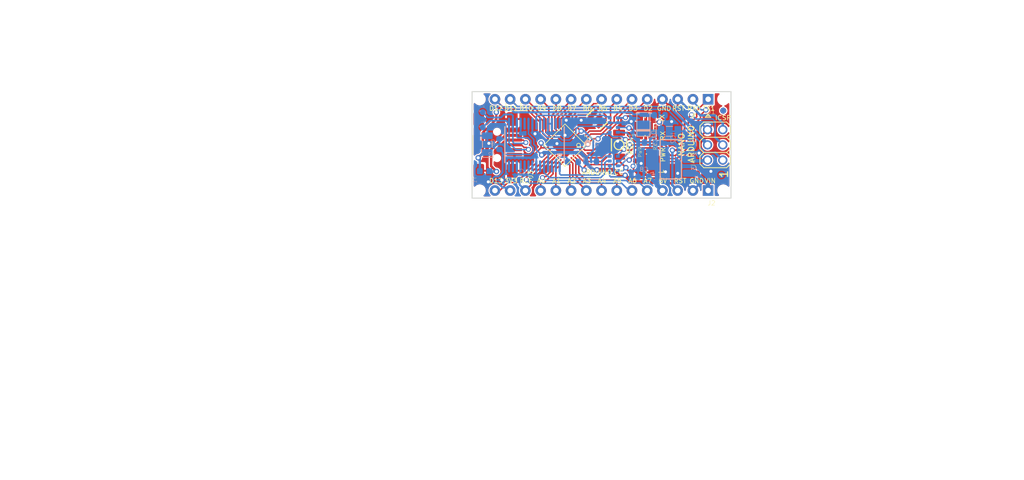
<source format=kicad_pcb>
(kicad_pcb (version 20171130) (host pcbnew 5.0.2-bee76a0~70~ubuntu18.04.1)
  (layers (0 Top signal) (31 Bottom signal) (34 B.Paste user) (35 F.Paste user) (36 B.SilkS user) (37 F.SilkS user) (38 B.Mask user) (39 F.Mask user) (44 Edge.Cuts user))
  (net 0 "")
  (net 1 D5)
  (net 2 D4)
  (net 3 D3)
  (net 4 D2)
  (net 5 RESET)
  (net 6 D1/TX)
  (net 7 D6)
  (net 8 D7)
  (net 9 D8)
  (net 10 D9)
  (net 11 D10)
  (net 12 D11/MOSI)
  (net 13 D12/MISO)
  (net 14 A3)
  (net 15 A2)
  (net 16 A1)
  (net 17 A0)
  (net 18 A4)
  (net 19 A5)
  (net 20 A6)
  (net 21 A7)
  (net 22 AREF)
  (net 23 D13/SCK)
  (net 24 COM)
  (net 25 +5V)
  (net 26 VIN)
  (net 27 3V3)
  (net 28 D0/RX)
  (net 29 VUSB)
  (net 30 N$4)
  (net 31 RX)
  (net 32 TX)
  (net 33 N$5)
  (net 34 N$6)
  (net 35 N$3)
  (net 36 N$8)
  (net 37 N$9)
  (net 38 N$2)
  (net 39 N$1)
  (net 40 N$7)
  (net 41 N$11)
  (net 42 N$26)
  (net 43 N$29)
  (module "" (layer Top) (at 128.1811 97.3836)
    (fp_text reference @HOLE0 hide)
    (fp_text value "" (at 0 0) (layer F.SilkS) (effects (font (size 1.27 1.27))))
    (pad "" np_thru_hole circle (at 0 0) (size 1.651 1.651) (drill 1.651) (layers *.Cu *.Mask))
  )
  (module "" (layer Top) (at 128.1811 112.6236)
    (fp_text reference @HOLE1 hide)
    (fp_text value "" (at 0 0) (layer F.SilkS) (effects (font (size 1.27 1.27))))
    (pad "" np_thru_hole circle (at 0 0) (size 1.651 1.651) (drill 1.651) (layers *.Cu *.Mask))
  )
  (module "" (layer Top) (at 168.8211 112.6236)
    (fp_text reference @HOLE2 hide)
    (fp_text value "" (at 0 0) (layer F.SilkS) (effects (font (size 1.27 1.27))))
    (pad "" np_thru_hole circle (at 0 0) (size 1.651 1.651) (drill 1.651) (layers *.Cu *.Mask))
  )
  (module "" (layer Top) (at 168.8211 97.3836)
    (fp_text reference @HOLE3 hide)
    (fp_text value "" (at 0 0) (layer F.SilkS) (effects (font (size 1.27 1.27))))
    (pad "" np_thru_hole circle (at 0 0) (size 1.651 1.651) (drill 1.651) (layers *.Cu *.Mask))
  )
  (module NanoV3.3:C0603-ROUND (layer Bottom) (at 133.9461 110.871 180)
    (fp_text reference C1 (at -0.889 0.762 270) (layer B.SilkS) (effects (font (size 0.57912 0.57912) (thickness 0.046329)) (justify right top mirror)))
    (fp_text value 100nF)
    (pad 2 smd roundrect (at 0.889 0 90) (size 1.1 0.8984) (layers Bottom B.Paste B.Mask) (roundrect_rratio 0.4) (net 24 COM))
    (pad 1 smd roundrect (at -0.889 0 90) (size 1.1 0.8984) (layers Bottom B.Paste B.Mask) (roundrect_rratio 0.4) (net 22 AREF))
  )
  (module NanoV3.3:C0603-ROUND (layer Bottom) (at 146.7739 107.7722)
    (fp_text reference C3 (at -0.889 0.762) (layer B.SilkS) (effects (font (size 0.57912 0.57912) (thickness 0.046329)) (justify right top mirror)))
    (fp_text value 1uF)
    (pad 2 smd roundrect (at 0.889 0 270) (size 1.1 0.8984) (layers Bottom B.Paste B.Mask) (roundrect_rratio 0.4) (net 24 COM))
    (pad 1 smd roundrect (at -0.889 0 270) (size 1.1 0.8984) (layers Bottom B.Paste B.Mask) (roundrect_rratio 0.4) (net 25 +5V))
  )
  (module NanoV3.3:C0603-ROUND (layer Bottom) (at 143.7259 107.8484 180)
    (fp_text reference C4 (at -0.889 0.762) (layer B.SilkS) (effects (font (size 0.57912 0.57912) (thickness 0.046329)) (justify right top mirror)))
    (fp_text value 100nF)
    (pad 2 smd roundrect (at 0.889 0 90) (size 1.1 0.8984) (layers Bottom B.Paste B.Mask) (roundrect_rratio 0.4) (net 30 N$4))
    (pad 1 smd roundrect (at -0.889 0 90) (size 1.1 0.8984) (layers Bottom B.Paste B.Mask) (roundrect_rratio 0.4) (net 5 RESET))
  )
  (module NanoV3.3:C0603-ROUND (layer Bottom) (at 158.2039 100.0506)
    (fp_text reference C9 (at -0.889 0.762) (layer B.SilkS) (effects (font (size 0.77216 0.77216) (thickness 0.061772)) (justify right top mirror)))
    (fp_text value 100nF)
    (pad 2 smd roundrect (at 0.889 0 270) (size 1.1 0.8984) (layers Bottom B.Paste B.Mask) (roundrect_rratio 0.4) (net 24 COM))
    (pad 1 smd roundrect (at -0.889 0 270) (size 1.1 0.8984) (layers Bottom B.Paste B.Mask) (roundrect_rratio 0.4) (net 29 VUSB))
  )
  (module NanoV3.3:SMD_157SW (layer Top) (at 151.4221 102.9716 270)
    (fp_text reference SW1 (at 0 -1.524 90) (layer F.SilkS) (effects (font (size 0.77216 0.77216) (thickness 0.061772)) (justify right top)))
    (fp_text value RESET)
    (pad 2 smd roundrect (at 4.0005 0 270) (size 1.016 1.9812) (layers Top F.Paste F.Mask) (roundrect_rratio 0.15) (net 5 RESET))
    (pad 1 smd roundrect (at 0 0 270) (size 1.016 1.9812) (layers Top F.Paste F.Mask) (roundrect_rratio 0.15) (net 24 COM))
  )
  (module NanoV3.3:CAY16 (layer Bottom) (at 150.5331 108.1024 270)
    (fp_text reference RP1 (at -1.905 -2.54 90) (layer B.SilkS) (effects (font (size 0.57912 0.57912) (thickness 0.046329)) (justify left bottom mirror)))
    (fp_text value 1K)
    (pad 8 smd roundrect (at -1.2 0.675 270) (size 0.5 0.65) (layers Bottom B.Paste B.Mask) (roundrect_rratio 0.1524) (net 31 RX))
    (pad 7 smd roundrect (at -0.4 0.675 270) (size 0.5 0.65) (layers Bottom B.Paste B.Mask) (roundrect_rratio 0.1524) (net 32 TX))
    (pad 6 smd roundrect (at 0.4 0.675 270) (size 0.5 0.65) (layers Bottom B.Paste B.Mask) (roundrect_rratio 0.1524) (net 25 +5V))
    (pad 5 smd roundrect (at 1.2 0.675 270) (size 0.5 0.65) (layers Bottom B.Paste B.Mask) (roundrect_rratio 0.1524) (net 25 +5V))
    (pad 4 smd roundrect (at 1.2 -0.675 270) (size 0.5 0.65) (layers Bottom B.Paste B.Mask) (roundrect_rratio 0.1524) (net 5 RESET))
    (pad 3 smd roundrect (at 0.4 -0.675 270) (size 0.5 0.65) (layers Bottom B.Paste B.Mask) (roundrect_rratio 0.1524) (net 35 N$3))
    (pad 2 smd roundrect (at -0.4 -0.675 270) (size 0.5 0.65) (layers Bottom B.Paste B.Mask) (roundrect_rratio 0.1524) (net 6 D1/TX))
    (pad 1 smd roundrect (at -1.2 -0.675 270) (size 0.5 0.65) (layers Bottom B.Paste B.Mask) (roundrect_rratio 0.1524) (net 28 D0/RX))
  )
  (module NanoV3.3:CAY16 (layer Bottom) (at 150.5331 101.7016 90)
    (fp_text reference RP2 (at -1.905 -2.54 90) (layer B.SilkS) (effects (font (size 0.57912 0.57912) (thickness 0.046329)) (justify left bottom mirror)))
    (fp_text value 1K)
    (pad 8 smd roundrect (at -1.2 0.675 90) (size 0.5 0.65) (layers Bottom B.Paste B.Mask) (roundrect_rratio 0.1524) (net 40 N$7))
    (pad 7 smd roundrect (at -0.4 0.675 90) (size 0.5 0.65) (layers Bottom B.Paste B.Mask) (roundrect_rratio 0.1524) (net 43 N$29))
    (pad 6 smd roundrect (at 0.4 0.675 90) (size 0.5 0.65) (layers Bottom B.Paste B.Mask) (roundrect_rratio 0.1524) (net 24 COM))
    (pad 5 smd roundrect (at 1.2 0.675 90) (size 0.5 0.65) (layers Bottom B.Paste B.Mask) (roundrect_rratio 0.1524) (net 41 N$11))
    (pad 4 smd roundrect (at 1.2 -0.675 90) (size 0.5 0.65) (layers Bottom B.Paste B.Mask) (roundrect_rratio 0.1524) (net 37 N$9))
    (pad 3 smd roundrect (at 0.4 -0.675 90) (size 0.5 0.65) (layers Bottom B.Paste B.Mask) (roundrect_rratio 0.1524) (net 24 COM))
    (pad 2 smd roundrect (at -0.4 -0.675 90) (size 0.5 0.65) (layers Bottom B.Paste B.Mask) (roundrect_rratio 0.1524) (net 36 N$8))
    (pad 1 smd roundrect (at -1.2 -0.675 90) (size 0.5 0.65) (layers Bottom B.Paste B.Mask) (roundrect_rratio 0.1524) (net 23 D13/SCK))
  )
  (module NanoV3.3:USB-MINI-B_2 (layer Top) (at 133.9723 106.6038 90)
    (fp_text reference J3 (at -4.064 3.175 90) (layer F.SilkS) (effects (font (size 0.77216 0.77216) (thickness 0.108102)) (justify left bottom)))
    (fp_text value "")
    (pad "" np_thru_hole circle (at 3.8 -2.9 90) (size 0.95 0.95) (drill 0.95) (layers *.Cu *.Mask))
    (pad "" np_thru_hole circle (at -0.6 -2.9 90) (size 0.95 0.95) (drill 0.95) (layers *.Cu *.Mask))
    (pad 9 smd roundrect (at 5.9185 -5.948 180) (size 1.778 2.286) (layers Top F.Paste F.Mask) (roundrect_rratio 0.15) (net 24 COM))
    (pad 8 smd roundrect (at 5.9185 -0.36 180) (size 1.778 2.286) (layers Top F.Paste F.Mask) (roundrect_rratio 0.15) (net 24 COM))
    (pad 7 smd roundrect (at -2.7175 -0.36 180) (size 1.778 2.286) (layers Top F.Paste F.Mask) (roundrect_rratio 0.15) (net 24 COM))
    (pad 6 smd roundrect (at -2.7175 -5.948 180) (size 1.778 2.286) (layers Top F.Paste F.Mask) (roundrect_rratio 0.15) (net 24 COM))
    (pad 5 smd roundrect (at 3.2 0 180) (size 2.54 0.508) (layers Top F.Paste F.Mask) (roundrect_rratio 0.15) (net 42 N$26))
    (pad 4 smd roundrect (at 2.4 0 180) (size 2.54 0.508) (layers Top F.Paste F.Mask) (roundrect_rratio 0.15) (net 34 N$6))
    (pad 3 smd roundrect (at 1.6 0 180) (size 2.54 0.508) (layers Top F.Paste F.Mask) (roundrect_rratio 0.15) (net 33 N$5))
    (pad 2 smd roundrect (at 0.8 0 180) (size 2.54 0.508) (layers Top F.Paste F.Mask) (roundrect_rratio 0.15))
    (pad 1 smd roundrect (at 0 0 180) (size 2.54 0.508) (layers Top F.Paste F.Mask) (roundrect_rratio 0.15) (net 24 COM))
  )
  (module NanoV3.3:RESONATOR (layer Top) (at 147.7645 100.6872 315)
    (fp_text reference Y1 (at -1.45 -1.35 135) (layer F.SilkS) (effects (font (size 0.77216 0.77216) (thickness 0.061772)) (justify left bottom)))
    (fp_text value 16MHz)
    (pad 3 smd roundrect (at 1 0 45) (size 2 0.7) (layers Top F.Paste F.Mask) (roundrect_rratio 0.15) (net 39 N$1))
    (pad 2 smd roundrect (at 0 0 45) (size 2 0.7) (layers Top F.Paste F.Mask) (roundrect_rratio 0.15) (net 24 COM))
    (pad 1 smd roundrect (at -1 0 45) (size 2 0.7) (layers Top F.Paste F.Mask) (roundrect_rratio 0.15) (net 38 N$2))
  )
  (module NanoV3.3:HEAD15-NOSS (layer Top) (at 166.2811 97.3836 180)
    (fp_text reference J1 (at -1.27 -1.651) (layer F.SilkS) (effects (font (size 0.77216 0.77216) (thickness 0.061772)) (justify right top)))
    (fp_text value XXXX_STRIPNANO)
    (pad 15 thru_hole circle (at 35.56 0 180) (size 1.778 1.778) (drill 0.9144) (layers *.Cu *.Mask) (net 13 D12/MISO))
    (pad 14 thru_hole circle (at 33.02 0 180) (size 1.778 1.778) (drill 0.9144) (layers *.Cu *.Mask) (net 12 D11/MOSI))
    (pad 13 thru_hole circle (at 30.48 0 180) (size 1.778 1.778) (drill 0.9144) (layers *.Cu *.Mask) (net 11 D10))
    (pad 12 thru_hole circle (at 27.94 0 180) (size 1.778 1.778) (drill 0.9144) (layers *.Cu *.Mask) (net 10 D9))
    (pad 11 thru_hole circle (at 25.4 0 180) (size 1.778 1.778) (drill 0.9144) (layers *.Cu *.Mask) (net 9 D8))
    (pad 10 thru_hole circle (at 22.86 0 180) (size 1.778 1.778) (drill 0.9144) (layers *.Cu *.Mask) (net 8 D7))
    (pad 9 thru_hole circle (at 20.32 0 180) (size 1.778 1.778) (drill 0.9144) (layers *.Cu *.Mask) (net 7 D6))
    (pad 8 thru_hole circle (at 17.78 0 180) (size 1.778 1.778) (drill 0.9144) (layers *.Cu *.Mask) (net 1 D5))
    (pad 7 thru_hole circle (at 15.24 0 180) (size 1.778 1.778) (drill 0.9144) (layers *.Cu *.Mask) (net 2 D4))
    (pad 6 thru_hole circle (at 12.7 0 180) (size 1.778 1.778) (drill 0.9144) (layers *.Cu *.Mask) (net 3 D3))
    (pad 5 thru_hole circle (at 10.16 0 180) (size 1.778 1.778) (drill 0.9144) (layers *.Cu *.Mask) (net 4 D2))
    (pad 4 thru_hole circle (at 7.62 0 180) (size 1.778 1.778) (drill 0.9144) (layers *.Cu *.Mask) (net 24 COM))
    (pad 3 thru_hole circle (at 5.08 0 180) (size 1.778 1.778) (drill 0.9144) (layers *.Cu *.Mask) (net 5 RESET))
    (pad 2 thru_hole circle (at 2.54 0 180) (size 1.778 1.778) (drill 0.9144) (layers *.Cu *.Mask) (net 28 D0/RX))
    (pad 1 thru_hole rect (at 0 0 180) (size 1.778 1.778) (drill 0.9144) (layers *.Cu *.Mask) (net 6 D1/TX))
  )
  (module NanoV3.3:HEAD15-NOSS (layer Top) (at 166.2811 112.6236 180)
    (fp_text reference J2 (at -1.27 -1.651) (layer F.SilkS) (effects (font (size 0.77216 0.77216) (thickness 0.061772)) (justify right top)))
    (fp_text value XXXX_STRIPNANO)
    (pad 15 thru_hole circle (at 35.56 0 180) (size 1.778 1.778) (drill 0.9144) (layers *.Cu *.Mask) (net 23 D13/SCK))
    (pad 14 thru_hole circle (at 33.02 0 180) (size 1.778 1.778) (drill 0.9144) (layers *.Cu *.Mask) (net 27 3V3))
    (pad 13 thru_hole circle (at 30.48 0 180) (size 1.778 1.778) (drill 0.9144) (layers *.Cu *.Mask) (net 22 AREF))
    (pad 12 thru_hole circle (at 27.94 0 180) (size 1.778 1.778) (drill 0.9144) (layers *.Cu *.Mask) (net 17 A0))
    (pad 11 thru_hole circle (at 25.4 0 180) (size 1.778 1.778) (drill 0.9144) (layers *.Cu *.Mask) (net 16 A1))
    (pad 10 thru_hole circle (at 22.86 0 180) (size 1.778 1.778) (drill 0.9144) (layers *.Cu *.Mask) (net 15 A2))
    (pad 9 thru_hole circle (at 20.32 0 180) (size 1.778 1.778) (drill 0.9144) (layers *.Cu *.Mask) (net 14 A3))
    (pad 8 thru_hole circle (at 17.78 0 180) (size 1.778 1.778) (drill 0.9144) (layers *.Cu *.Mask) (net 18 A4))
    (pad 7 thru_hole circle (at 15.24 0 180) (size 1.778 1.778) (drill 0.9144) (layers *.Cu *.Mask) (net 19 A5))
    (pad 6 thru_hole circle (at 12.7 0 180) (size 1.778 1.778) (drill 0.9144) (layers *.Cu *.Mask) (net 20 A6))
    (pad 5 thru_hole circle (at 10.16 0 180) (size 1.778 1.778) (drill 0.9144) (layers *.Cu *.Mask) (net 21 A7))
    (pad 4 thru_hole circle (at 7.62 0 180) (size 1.778 1.778) (drill 0.9144) (layers *.Cu *.Mask) (net 25 +5V))
    (pad 3 thru_hole circle (at 5.08 0 180) (size 1.778 1.778) (drill 0.9144) (layers *.Cu *.Mask) (net 5 RESET))
    (pad 2 thru_hole circle (at 2.54 0 180) (size 1.778 1.778) (drill 0.9144) (layers *.Cu *.Mask) (net 24 COM))
    (pad 1 thru_hole rect (at 0 0 180) (size 1.778 1.778) (drill 0.9144) (layers *.Cu *.Mask) (net 26 VIN))
  )
  (module NanoV3.3:2X03 (layer Top) (at 167.4495 105.0036 90)
    (fp_text reference J4 (at -3.81 -3.175 90) (layer F.SilkS) (effects (font (size 0.77216 0.77216) (thickness 0.061772)) (justify left bottom)))
    (fp_text value "")
    (pad 6 thru_hole circle (at 2.54 -1.27 90) (size 1.55 1.55) (drill 1.016) (layers *.Cu *.Mask) (net 24 COM))
    (pad 5 thru_hole circle (at 2.54 1.27 90) (size 1.55 1.55) (drill 1.016) (layers *.Cu *.Mask) (net 5 RESET))
    (pad 4 thru_hole circle (at 0 -1.27 90) (size 1.55 1.55) (drill 1.016) (layers *.Cu *.Mask) (net 12 D11/MOSI))
    (pad 3 thru_hole circle (at 0 1.27 90) (size 1.55 1.55) (drill 1.016) (layers *.Cu *.Mask) (net 23 D13/SCK))
    (pad 2 thru_hole circle (at -2.54 -1.27 90) (size 1.55 1.55) (drill 1.016) (layers *.Cu *.Mask) (net 25 +5V))
    (pad 1 thru_hole circle (at -2.54 1.27 90) (size 1.55 1.55) (drill 1.016) (layers *.Cu *.Mask) (net 13 D12/MISO))
  )
  (module NanoV3.3:FD-1-1.5 (layer Top) (at 164.4269 109.7788 270)
    (fp_text reference U$4 hide)
    (fp_text value DNP hide)
    (pad P$1 smd roundrect (at 0 0 270) (size 1.016 1.016) (layers Top F.Mask) (roundrect_rratio 0.5))
  )
  (module NanoV3.3:FD-1-1.5 (layer Bottom) (at 168.4909 110.0328 90)
    (fp_text reference U$53 hide)
    (fp_text value DNP hide)
    (pad P$1 smd roundrect (at 0 0 90) (size 1.016 1.016) (layers Bottom B.Mask) (roundrect_rratio 0.5))
  )
  (module NanoV3.3:FD-1-1.5 (layer Bottom) (at 168.7957 99.2886 90)
    (fp_text reference U$54 hide)
    (fp_text value DNP hide)
    (pad P$1 smd roundrect (at 0 0 90) (size 1.016 1.016) (layers Bottom B.Mask) (roundrect_rratio 0.5))
  )
  (module NanoV3.3:CHIPLED_0805 (layer Top) (at 155.8671 103.4796 90)
    (fp_text reference RX (at -1.27 1.27 90) (layer F.SilkS) (effects (font (size 0.57912 0.57912) (thickness 0.046329)) (justify right top)))
    (fp_text value Red)
    (pad C smd roundrect (at 0 -1.05 90) (size 1.2 1.2) (layers Top F.Paste F.Mask) (roundrect_rratio 0.15) (net 43 N$29))
    (pad A smd roundrect (at 0 1.05 90) (size 1.2 1.2) (layers Top F.Paste F.Mask) (roundrect_rratio 0.15) (net 25 +5V))
  )
  (module NanoV3.3:CHIPLED_0805 (layer Top) (at 155.8671 100.4316 90)
    (fp_text reference TX (at -1.27 1.27 90) (layer F.SilkS) (effects (font (size 0.57912 0.57912) (thickness 0.046329)) (justify right top)))
    (fp_text value Green)
    (pad C smd roundrect (at 0 -1.05 90) (size 1.2 1.2) (layers Top F.Paste F.Mask) (roundrect_rratio 0.15) (net 41 N$11))
    (pad A smd roundrect (at 0 1.05 90) (size 1.2 1.2) (layers Top F.Paste F.Mask) (roundrect_rratio 0.15) (net 25 +5V))
  )
  (module NanoV3.3:SSOP28 (layer Bottom) (at 141.5161 108.585 180)
    (fp_text reference IC1 (at -0.762 8.382) (layer B.SilkS) (effects (font (size 0.57912 0.57912) (thickness 0.046329)) (justify left bottom mirror)))
    (fp_text value FT232RL)
    (pad 28 smd roundrect (at 0 7.112 180) (size 0.381 2.032) (layers Bottom B.Paste B.Mask) (roundrect_rratio 0.5))
    (pad 27 smd roundrect (at 0.6497 7.112 180) (size 0.381 2.032) (layers Bottom B.Paste B.Mask) (roundrect_rratio 0.5))
    (pad 26 smd roundrect (at 1.3 7.112 180) (size 0.381 2.032) (layers Bottom B.Paste B.Mask) (roundrect_rratio 0.5) (net 24 COM))
    (pad 25 smd roundrect (at 1.95 7.112 180) (size 0.381 2.032) (layers Bottom B.Paste B.Mask) (roundrect_rratio 0.5) (net 24 COM))
    (pad 24 smd roundrect (at 2.6002 7.112 180) (size 0.381 2.032) (layers Bottom B.Paste B.Mask) (roundrect_rratio 0.5))
    (pad 23 smd roundrect (at 3.2499 7.112 180) (size 0.381 2.032) (layers Bottom B.Paste B.Mask) (roundrect_rratio 0.5) (net 36 N$8))
    (pad 22 smd roundrect (at 3.8997 7.112 180) (size 0.381 2.032) (layers Bottom B.Paste B.Mask) (roundrect_rratio 0.5) (net 37 N$9))
    (pad 21 smd roundrect (at 4.5499 7.112 180) (size 0.381 2.032) (layers Bottom B.Paste B.Mask) (roundrect_rratio 0.5) (net 24 COM))
    (pad 20 smd roundrect (at 5.1999 7.112 180) (size 0.381 2.032) (layers Bottom B.Paste B.Mask) (roundrect_rratio 0.5) (net 25 +5V))
    (pad 19 smd roundrect (at 5.8501 7.112 180) (size 0.381 2.032) (layers Bottom B.Paste B.Mask) (roundrect_rratio 0.5))
    (pad 18 smd roundrect (at 6.5004 7.112 180) (size 0.381 2.032) (layers Bottom B.Paste B.Mask) (roundrect_rratio 0.5) (net 24 COM))
    (pad 17 smd roundrect (at 7.1501 7.112 180) (size 0.381 2.032) (layers Bottom B.Paste B.Mask) (roundrect_rratio 0.5) (net 27 3V3))
    (pad 16 smd roundrect (at 7.7998 7.112 180) (size 0.381 2.032) (layers Bottom B.Paste B.Mask) (roundrect_rratio 0.5) (net 34 N$6))
    (pad 15 smd roundrect (at 8.4501 7.112 180) (size 0.381 2.032) (layers Bottom B.Paste B.Mask) (roundrect_rratio 0.5) (net 33 N$5))
    (pad 14 smd roundrect (at 8.4501 0 180) (size 0.381 2.032) (layers Bottom B.Paste B.Mask) (roundrect_rratio 0.5))
    (pad 13 smd roundrect (at 7.7998 0 180) (size 0.381 2.032) (layers Bottom B.Paste B.Mask) (roundrect_rratio 0.5))
    (pad 12 smd roundrect (at 7.1501 0 180) (size 0.381 2.032) (layers Bottom B.Paste B.Mask) (roundrect_rratio 0.5))
    (pad 11 smd roundrect (at 6.5004 0 180) (size 0.381 2.032) (layers Bottom B.Paste B.Mask) (roundrect_rratio 0.5))
    (pad 10 smd roundrect (at 5.8501 0 180) (size 0.381 2.032) (layers Bottom B.Paste B.Mask) (roundrect_rratio 0.5))
    (pad 9 smd roundrect (at 5.1999 0 180) (size 0.381 2.032) (layers Bottom B.Paste B.Mask) (roundrect_rratio 0.5))
    (pad 8 smd roundrect (at 4.5499 0 180) (size 0.381 2.032) (layers Bottom B.Paste B.Mask) (roundrect_rratio 0.5))
    (pad 7 smd roundrect (at 3.8997 0 180) (size 0.381 2.032) (layers Bottom B.Paste B.Mask) (roundrect_rratio 0.5) (net 24 COM))
    (pad 6 smd roundrect (at 3.2499 0 180) (size 0.381 2.032) (layers Bottom B.Paste B.Mask) (roundrect_rratio 0.5))
    (pad 5 smd roundrect (at 2.6002 0 180) (size 0.381 2.032) (layers Bottom B.Paste B.Mask) (roundrect_rratio 0.5) (net 32 TX))
    (pad 4 smd roundrect (at 1.95 0 180) (size 0.381 2.032) (layers Bottom B.Paste B.Mask) (roundrect_rratio 0.5) (net 25 +5V))
    (pad 3 smd roundrect (at 1.3 0 180) (size 0.381 2.032) (layers Bottom B.Paste B.Mask) (roundrect_rratio 0.5))
    (pad 2 smd roundrect (at 0.6502 0 180) (size 0.381 2.032) (layers Bottom B.Paste B.Mask) (roundrect_rratio 0.5) (net 30 N$4))
    (pad 1 smd roundrect (at 0 0 180) (size 0.381 2.032) (layers Bottom B.Paste B.Mask) (roundrect_rratio 0.5) (net 31 RX))
  )
  (module NanoV3.3:0603-1608X90N (layer Bottom) (at 128.9939 109.3978)
    (fp_text reference F1 (at -1.27 0.9525 -90) (layer B.SilkS) (effects (font (size 0.57912 0.57912) (thickness 0.046329)) (justify left bottom mirror)))
    (fp_text value MFFSMF050 hide)
    (pad 2 smd roundrect (at 0.8 0) (size 0.95 1) (layers Bottom B.Paste B.Mask) (roundrect_rratio 0.15) (net 42 N$26))
    (pad 1 smd roundrect (at -0.8 0) (size 0.95 1) (layers Bottom B.Paste B.Mask) (roundrect_rratio 0.15) (net 29 VUSB))
  )
  (module NanoV3.3:TAN-A (layer Bottom) (at 158.4325 102.743)
    (fp_text reference C5 (at -0.6604 1.2954 -90) (layer B.SilkS) (effects (font (size 0.57912 0.57912) (thickness 0.046329)) (justify left bottom mirror)))
    (fp_text value 4,7uF_16V)
    (pad 2 smd roundrect (at 2.794 0) (size 1.1176 1.778) (layers Bottom B.Paste B.Mask) (roundrect_rratio 0.15) (net 24 COM))
    (pad 1 smd roundrect (at 0 0) (size 1.1176 1.778) (layers Bottom B.Paste B.Mask) (roundrect_rratio 0.15) (net 25 +5V))
  )
  (module NanoV3.3:CHIPLED_0805 (layer Top) (at 155.8671 106.5276 270)
    (fp_text reference PWR (at -1.27 1.27 90) (layer F.SilkS) (effects (font (size 0.57912 0.57912) (thickness 0.046329)) (justify right top)))
    (fp_text value Green)
    (pad C smd roundrect (at 0 -1.05 270) (size 1.2 1.2) (layers Top F.Paste F.Mask) (roundrect_rratio 0.15) (net 24 COM))
    (pad A smd roundrect (at 0 1.05 270) (size 1.2 1.2) (layers Top F.Paste F.Mask) (roundrect_rratio 0.15) (net 35 N$3))
  )
  (module NanoV3.3:CHIPLED_0805 (layer Top) (at 155.8671 109.5756 270)
    (fp_text reference L (at -1.27 1.27 90) (layer F.SilkS) (effects (font (size 0.57912 0.57912) (thickness 0.046329)) (justify left bottom)))
    (fp_text value Yellow)
    (pad C smd roundrect (at 0 -1.05 270) (size 1.2 1.2) (layers Top F.Paste F.Mask) (roundrect_rratio 0.15) (net 24 COM))
    (pad A smd roundrect (at 0 1.05 270) (size 1.2 1.2) (layers Top F.Paste F.Mask) (roundrect_rratio 0.15) (net 40 N$7))
  )
  (module NanoV3.3:TAN-A (layer Bottom) (at 129.4511 106.2736 90)
    (fp_text reference C2 (at -0.6604 1.2954 180) (layer B.SilkS) (effects (font (size 0.57912 0.57912) (thickness 0.046329)) (justify left bottom mirror)))
    (fp_text value 4,7uF_16V)
    (pad 2 smd roundrect (at 2.794 0 90) (size 1.1176 1.778) (layers Bottom B.Paste B.Mask) (roundrect_rratio 0.15) (net 24 COM))
    (pad 1 smd roundrect (at 0 0 90) (size 1.1176 1.778) (layers Bottom B.Paste B.Mask) (roundrect_rratio 0.15) (net 29 VUSB))
  )
  (module NanoV3.3:LINEAR_SOT223 (layer Bottom) (at 160.0581 107.4166 270)
    (fp_text reference IC2 (at -2.54 0.0508 90) (layer B.SilkS) (effects (font (size 0.77216 0.77216) (thickness 0.061772)) (justify right top mirror)))
    (fp_text value LM1117IMPX-5.0)
    (fp_text user 2 (at -1.2906 -4.3274 270) (layer B.SilkS) (effects (font (size 0.77216 0.77216) (thickness 0.097536)) (justify left bottom mirror)))
    (fp_text user 1 (at -3.4526 -4.318 270) (layer B.SilkS) (effects (font (size 0.77216 0.77216) (thickness 0.097536)) (justify left bottom mirror)))
    (fp_text user 4 (at 1.905 2.54 270) (layer B.SilkS) (effects (font (size 0.77216 0.77216) (thickness 0.097536)) (justify left bottom mirror)))
    (fp_text user 3 (at 1.0208 -4.318 270) (layer B.SilkS) (effects (font (size 0.77216 0.77216) (thickness 0.097536)) (justify left bottom mirror)))
    (pad 4 smd roundrect (at 0 3.099 270) (size 3.6 2.2) (layers Bottom B.Paste B.Mask) (roundrect_rratio 0.15) (net 25 +5V))
    (pad 3 smd roundrect (at 2.3114 -3.0988 270) (size 1.2192 2.2352) (layers Bottom B.Paste B.Mask) (roundrect_rratio 0.15) (net 26 VIN))
    (pad 2 smd roundrect (at 0 -3.0988 270) (size 1.2192 2.2352) (layers Bottom B.Paste B.Mask) (roundrect_rratio 0.15) (net 25 +5V))
    (pad 1 smd roundrect (at -2.3114 -3.0988 270) (size 1.2192 2.2352) (layers Bottom B.Paste B.Mask) (roundrect_rratio 0.15) (net 24 COM))
  )
  (module NanoV3.3:C0603-ROUND (layer Bottom) (at 131.4831 104.8766 270)
    (fp_text reference C6 (at -0.889 0.762 90) (layer B.SilkS) (effects (font (size 0.57912 0.57912) (thickness 0.046329)) (justify left bottom mirror)))
    (fp_text value 100nF)
    (pad 2 smd roundrect (at 0.889 0 180) (size 1.1 0.8984) (layers Bottom B.Paste B.Mask) (roundrect_rratio 0.4) (net 27 3V3))
    (pad 1 smd roundrect (at -0.889 0 180) (size 1.1 0.8984) (layers Bottom B.Paste B.Mask) (roundrect_rratio 0.4) (net 24 COM))
  )
  (module NanoV3.3:VQFN32 (layer Top) (at 142.4051 105.0544 225)
    (fp_text reference IC3 (at -2.3 -2.8 225) (layer F.SilkS) (effects (font (size 0.77216 0.77216) (thickness 0.061772)) (justify left bottom)))
    (fp_text value 328P-MUR hide)
    (fp_text user 1 (at -3.1 -2 225) (layer F.SilkS) (effects (font (size 0.77216 0.77216) (thickness 0.065024)) (justify left bottom)))
    (pad 33 smd roundrect (at 0 0 45) (size 3.254 3.254) (layers Top F.Mask) (roundrect_rratio 0.15) (net 24 COM))
    (pad 32 smd roundrect (at -1.75 -2.45 45) (size 0.28 0.7) (layers Top F.Paste F.Mask) (roundrect_rratio 0.4) (net 4 D2))
    (pad 31 smd roundrect (at -1.25 -2.45 45) (size 0.28 0.7) (layers Top F.Paste F.Mask) (roundrect_rratio 0.4) (net 6 D1/TX))
    (pad 30 smd roundrect (at -0.75 -2.45 45) (size 0.28 0.7) (layers Top F.Paste F.Mask) (roundrect_rratio 0.4) (net 28 D0/RX))
    (pad 29 smd roundrect (at -0.25 -2.45 45) (size 0.28 0.7) (layers Top F.Paste F.Mask) (roundrect_rratio 0.4) (net 5 RESET))
    (pad 28 smd roundrect (at 0.25 -2.45 45) (size 0.28 0.7) (layers Top F.Paste F.Mask) (roundrect_rratio 0.4) (net 19 A5))
    (pad 27 smd roundrect (at 0.75 -2.45 45) (size 0.28 0.7) (layers Top F.Paste F.Mask) (roundrect_rratio 0.4) (net 18 A4))
    (pad 26 smd roundrect (at 1.25 -2.45 45) (size 0.28 0.7) (layers Top F.Paste F.Mask) (roundrect_rratio 0.4) (net 14 A3))
    (pad 25 smd roundrect (at 1.75 -2.45 45) (size 0.28 0.7) (layers Top F.Paste F.Mask) (roundrect_rratio 0.4) (net 15 A2))
    (pad 24 smd roundrect (at 2.45 -1.75 315) (size 0.28 0.7) (layers Top F.Paste F.Mask) (roundrect_rratio 0.4) (net 16 A1))
    (pad 23 smd roundrect (at 2.45 -1.25 315) (size 0.28 0.7) (layers Top F.Paste F.Mask) (roundrect_rratio 0.4) (net 17 A0))
    (pad 22 smd roundrect (at 2.45 -0.75 315) (size 0.28 0.7) (layers Top F.Paste F.Mask) (roundrect_rratio 0.4) (net 21 A7))
    (pad 21 smd roundrect (at 2.45 -0.25 315) (size 0.28 0.7) (layers Top F.Paste F.Mask) (roundrect_rratio 0.4) (net 24 COM))
    (pad 20 smd roundrect (at 2.45 0.25 315) (size 0.28 0.7) (layers Top F.Paste F.Mask) (roundrect_rratio 0.4) (net 22 AREF))
    (pad 19 smd roundrect (at 2.45 0.75 315) (size 0.28 0.7) (layers Top F.Paste F.Mask) (roundrect_rratio 0.4) (net 20 A6))
    (pad 18 smd roundrect (at 2.45 1.25 315) (size 0.28 0.7) (layers Top F.Paste F.Mask) (roundrect_rratio 0.4) (net 25 +5V))
    (pad 17 smd roundrect (at 2.45 1.75 315) (size 0.28 0.7) (layers Top F.Paste F.Mask) (roundrect_rratio 0.4) (net 23 D13/SCK))
    (pad 16 smd roundrect (at 1.75 2.45 45) (size 0.28 0.7) (layers Top F.Paste F.Mask) (roundrect_rratio 0.4) (net 13 D12/MISO))
    (pad 15 smd roundrect (at 1.25 2.45 45) (size 0.28 0.7) (layers Top F.Paste F.Mask) (roundrect_rratio 0.4) (net 12 D11/MOSI))
    (pad 14 smd roundrect (at 0.75 2.45 45) (size 0.28 0.7) (layers Top F.Paste F.Mask) (roundrect_rratio 0.4) (net 11 D10))
    (pad 13 smd roundrect (at 0.25 2.45 45) (size 0.28 0.7) (layers Top F.Paste F.Mask) (roundrect_rratio 0.4) (net 10 D9))
    (pad 12 smd roundrect (at -0.25 2.45 45) (size 0.28 0.7) (layers Top F.Paste F.Mask) (roundrect_rratio 0.4) (net 9 D8))
    (pad 11 smd roundrect (at -0.75 2.45 45) (size 0.28 0.7) (layers Top F.Paste F.Mask) (roundrect_rratio 0.4) (net 8 D7))
    (pad 10 smd roundrect (at -1.25 2.45 45) (size 0.28 0.7) (layers Top F.Paste F.Mask) (roundrect_rratio 0.4) (net 7 D6))
    (pad 9 smd roundrect (at -1.75 2.45 45) (size 0.28 0.7) (layers Top F.Paste F.Mask) (roundrect_rratio 0.4) (net 1 D5))
    (pad 8 smd roundrect (at -2.45 1.75 315) (size 0.28 0.7) (layers Top F.Paste F.Mask) (roundrect_rratio 0.4) (net 39 N$1))
    (pad 7 smd roundrect (at -2.45 1.25 315) (size 0.28 0.7) (layers Top F.Paste F.Mask) (roundrect_rratio 0.4) (net 38 N$2))
    (pad 6 smd roundrect (at -2.45 0.75 315) (size 0.28 0.7) (layers Top F.Paste F.Mask) (roundrect_rratio 0.4) (net 25 +5V))
    (pad 5 smd roundrect (at -2.45 0.25 315) (size 0.28 0.7) (layers Top F.Paste F.Mask) (roundrect_rratio 0.4) (net 24 COM))
    (pad 4 smd roundrect (at -2.45 -0.25 315) (size 0.28 0.7) (layers Top F.Paste F.Mask) (roundrect_rratio 0.4) (net 25 +5V))
    (pad 3 smd roundrect (at -2.45 -0.75 315) (size 0.28 0.7) (layers Top F.Paste F.Mask) (roundrect_rratio 0.4) (net 24 COM))
    (pad 2 smd roundrect (at -2.45 -1.25 315) (size 0.28 0.7) (layers Top F.Paste F.Mask) (roundrect_rratio 0.4) (net 2 D4))
    (pad 1 smd roundrect (at -2.45 -1.75 315) (size 0.28 0.7) (layers Top F.Paste F.Mask) (roundrect_rratio 0.4) (net 3 D3))
  )
  (module NanoV3.3:DO220AAL (layer Bottom) (at 155.4861 101.5746 90)
    (fp_text reference D1 (at -2.54 1.27 90) (layer B.SilkS) (effects (font (size 0.77216 0.77216) (thickness 0.061772)) (justify right top mirror)))
    (fp_text value SS1P3L)
    (pad P$2 smd roundrect (at 1.65 0 270) (size 0.762 1.27) (layers Bottom B.Paste B.Mask) (roundrect_rratio 0.15) (net 29 VUSB))
    (pad P$1 smd roundrect (at -0.7 0) (size 2.54 2.667) (layers Bottom B.Paste B.Mask) (roundrect_rratio 0.15) (net 25 +5V))
  )
  (module NanoV3.3:C0603-ROUND (layer Bottom) (at 156.5529 104.6226 180)
    (fp_text reference C7 (at -0.889 0.762) (layer B.SilkS) (effects (font (size 0.57912 0.57912) (thickness 0.046329)) (justify left bottom mirror)))
    (fp_text value 1uF)
    (pad 2 smd roundrect (at 0.889 0 90) (size 1.1 0.8984) (layers Bottom B.Paste B.Mask) (roundrect_rratio 0.4) (net 24 COM))
    (pad 1 smd roundrect (at -0.889 0 90) (size 1.1 0.8984) (layers Bottom B.Paste B.Mask) (roundrect_rratio 0.4) (net 25 +5V))
  )
  (module NanoV3.3:C0603-ROUND (layer Bottom) (at 155.4861 110.3376 180)
    (fp_text reference C8 (at -0.889 0.762) (layer B.SilkS) (effects (font (size 0.77216 0.77216) (thickness 0.061772)) (justify left bottom mirror)))
    (fp_text value 1uF)
    (pad 2 smd roundrect (at 0.889 0 90) (size 1.1 0.8984) (layers Bottom B.Paste B.Mask) (roundrect_rratio 0.4) (net 24 COM))
    (pad 1 smd roundrect (at -0.889 0 90) (size 1.1 0.8984) (layers Bottom B.Paste B.Mask) (roundrect_rratio 0.4) (net 25 +5V))
  )
  (module NanoV3.3:TP-1.00MM (layer Top) (at 128.6891 99.5426)
    (fp_text reference D- (at 0 -0.889) (layer B.SilkS) (effects (font (size 0.28956 0.28956) (thickness 0.024384)) (justify mirror)))
    (fp_text value DNP hide)
    (pad X smd roundrect (at 0 0) (size 1 1) (layers Bottom B.Mask) (roundrect_rratio 0.5) (net 34 N$6))
  )
  (module NanoV3.3:TP-1.00MM (layer Top) (at 128.6891 102.0826)
    (fp_text reference D+ (at 0 -0.889) (layer B.SilkS) (effects (font (size 0.28956 0.28956) (thickness 0.024384)) (justify mirror)))
    (fp_text value DNP hide)
    (pad X smd roundrect (at 0 0) (size 1 1) (layers Bottom B.Mask) (roundrect_rratio 0.5) (net 33 N$5))
  )
  (module NanoV3.3:FD-1-1.5 (layer Top) (at 168.7957 99.2886)
    (fp_text reference U$5 hide)
    (fp_text value DNP hide)
    (pad P$1 smd roundrect (at 0 0) (size 1.016 1.016) (layers Top F.Mask) (roundrect_rratio 0.5))
  )
  (module NanoV3.3:FRAME (layer Top) (at 126.9111 113.8936)
    (fp_text reference FRAME1 hide)
    (fp_text value DNP hide)
  )
  (gr_line (start 126.9111 96.1136) (end 126.9111 113.8936) (layer Edge.Cuts) (width 0.15))
  (gr_line (start 126.9111 113.8936) (end 170.0911 113.8936) (layer Edge.Cuts) (width 0.15))
  (gr_line (start 170.0911 113.8936) (end 170.0911 96.1136) (layer Edge.Cuts) (width 0.15))
  (gr_line (start 170.0911 96.1136) (end 126.9111 96.1136) (layer Edge.Cuts) (width 0.15))
  (gr_line (start 165.7985 100.4062) (end 166.2557 99.8474) (layer F.SilkS) (width 0.15))
  (gr_line (start 166.2557 99.8474) (end 166.7129 100.4062) (layer F.SilkS) (width 0.15))
  (gr_line (start 166.7129 100.4062) (end 165.7985 100.4062) (layer F.SilkS) (width 0.15))
  (gr_line (start 164.1983 99.8474) (end 163.7411 100.4062) (layer F.SilkS) (width 0.15))
  (gr_line (start 164.1983 99.8474) (end 163.2839 99.8474) (layer F.SilkS) (width 0.15))
  (gr_line (start 163.2839 99.8474) (end 163.7411 100.4062) (layer F.SilkS) (width 0.15))
  (gr_line (start 166.0525 100.1776) (end 166.4081 100.1776) (layer F.SilkS) (width 0.15))
  (gr_line (start 163.4871 100.0506) (end 163.9189 100.0506) (layer F.SilkS) (width 0.15))
  (gr_circle (center 146.2151 104.7242) (end 146.3587 104.7242) (layer B.SilkS) (width 0.4064))
  (gr_text TX1 (at 165.2651 99.3648) (layer F.SilkS) (effects (font (size 0.77216 0.77216) (thickness 0.12192)) (justify left bottom)))
  (gr_text RX0 (at 162.7251 99.3648) (layer F.SilkS) (effects (font (size 0.77216 0.77216) (thickness 0.12192)) (justify left bottom)))
  (gr_text RST (at 160.2105 99.3648) (layer F.SilkS) (effects (font (size 0.77216 0.77216) (thickness 0.12192)) (justify left bottom)))
  (gr_text GND (at 157.6705 99.3648) (layer F.SilkS) (effects (font (size 0.77216 0.77216) (thickness 0.12192)) (justify left bottom)))
  (gr_text D2 (at 155.4353 99.3648) (layer F.SilkS) (effects (font (size 0.77216 0.77216) (thickness 0.12192)) (justify left bottom)))
  (gr_text D3 (at 152.9461 99.3648) (layer F.SilkS) (effects (font (size 0.77216 0.77216) (thickness 0.12192)) (justify left bottom)))
  (gr_text D4 (at 150.3807 99.3648) (layer F.SilkS) (effects (font (size 0.77216 0.77216) (thickness 0.12192)) (justify left bottom)))
  (gr_text D5 (at 147.8915 99.3648) (layer F.SilkS) (effects (font (size 0.77216 0.77216) (thickness 0.12192)) (justify left bottom)))
  (gr_text D6 (at 145.3007 99.3648) (layer F.SilkS) (effects (font (size 0.77216 0.77216) (thickness 0.12192)) (justify left bottom)))
  (gr_text D7 (at 142.7353 99.3648) (layer F.SilkS) (effects (font (size 0.77216 0.77216) (thickness 0.12192)) (justify left bottom)))
  (gr_text D8 (at 140.2461 99.3648) (layer F.SilkS) (effects (font (size 0.77216 0.77216) (thickness 0.12192)) (justify left bottom)))
  (gr_text D9 (at 137.6807 99.3648) (layer F.SilkS) (effects (font (size 0.77216 0.77216) (thickness 0.12192)) (justify left bottom)))
  (gr_text D10 (at 134.7343 99.3648) (layer F.SilkS) (effects (font (size 0.77216 0.77216) (thickness 0.12192)) (justify left bottom)))
  (gr_text D11 (at 132.2197 99.3648) (layer F.SilkS) (effects (font (size 0.77216 0.77216) (thickness 0.12192)) (justify left bottom)))
  (gr_text D12 (at 129.6797 99.3648) (layer F.SilkS) (effects (font (size 0.77216 0.77216) (thickness 0.12192)) (justify left bottom)))
  (gr_text D13 (at 129.6797 111.4552) (layer F.SilkS) (effects (font (size 0.77216 0.77216) (thickness 0.12192)) (justify left bottom)))
  (gr_text 3V3 (at 132.2451 111.4552) (layer F.SilkS) (effects (font (size 0.77216 0.77216) (thickness 0.12192)) (justify left bottom)))
  (gr_text REF (at 134.7597 111.4552) (layer F.SilkS) (effects (font (size 0.77216 0.77216) (thickness 0.12192)) (justify left bottom)))
  (gr_text A0 (at 137.6553 111.4552) (layer F.SilkS) (effects (font (size 0.77216 0.77216) (thickness 0.12192)) (justify left bottom)))
  (gr_text A1 (at 140.2207 111.4552) (layer F.SilkS) (effects (font (size 0.77216 0.77216) (thickness 0.12192)) (justify left bottom)))
  (gr_text A2 (at 142.7353 111.4552) (layer F.SilkS) (effects (font (size 0.77216 0.77216) (thickness 0.12192)) (justify left bottom)))
  (gr_text A3 (at 145.2753 111.4552) (layer F.SilkS) (effects (font (size 0.77216 0.77216) (thickness 0.12192)) (justify left bottom)))
  (gr_text A4 (at 147.7899 111.4552) (layer F.SilkS) (effects (font (size 0.77216 0.77216) (thickness 0.12192)) (justify left bottom)))
  (gr_text A5 (at 150.3553 111.4552) (layer F.SilkS) (effects (font (size 0.77216 0.77216) (thickness 0.12192)) (justify left bottom)))
  (gr_text A6 (at 152.8953 111.4552) (layer F.SilkS) (effects (font (size 0.77216 0.77216) (thickness 0.12192)) (justify left bottom)))
  (gr_text A7 (at 155.4099 111.4552) (layer F.SilkS) (effects (font (size 0.77216 0.77216) (thickness 0.12192)) (justify left bottom)))
  (gr_text 5V (at 157.9499 111.4552) (layer F.SilkS) (effects (font (size 0.77216 0.77216) (thickness 0.12192)) (justify left bottom)))
  (gr_text RST (at 160.4899 111.4552) (layer F.SilkS) (effects (font (size 0.77216 0.77216) (thickness 0.12192)) (justify left bottom)))
  (gr_text GND (at 163.1061 111.4552) (layer F.SilkS) (effects (font (size 0.77216 0.77216) (thickness 0.12192)) (justify left bottom)))
  (gr_text VIN (at 165.6207 111.4552) (layer F.SilkS) (effects (font (size 0.77216 0.77216) (thickness 0.12192)) (justify left bottom)))
  (gr_text 1 (at 168.1353 109.1184 90) (layer F.SilkS) (effects (font (size 1.32715 1.32715) (thickness 0.20955)) (justify right top)))
  (gr_text ICSP (at 167.3733 100.9396) (layer F.SilkS) (effects (font (size 0.77216 0.77216) (thickness 0.12192)) (justify left bottom)))
  (gr_text TX (at 158.1531 99.8474 90) (layer F.SilkS) (effects (font (size 0.77216 0.77216) (thickness 0.12192)) (justify right top)))
  (gr_text RX (at 158.2801 102.6414 90) (layer F.SilkS) (effects (font (size 0.77216 0.77216) (thickness 0.12192)) (justify right top)))
  (gr_text PWR (at 158.2801 105.3592 90) (layer F.SilkS) (effects (font (size 0.77216 0.77216) (thickness 0.12192)) (justify right top)))
  (gr_text RST (at 152.9207 104.4702 90) (layer F.SilkS) (effects (font (size 0.77216 0.77216) (thickness 0.12192)) (justify right top)))
  (gr_text L (at 158.0261 109.0676 90) (layer F.SilkS) (effects (font (size 0.77216 0.77216) (thickness 0.12192)) (justify right top)))
  (gr_text ARDUINO.CC (at 145.1483 110.0582) (layer F.SilkS) (effects (font (size 0.77216 0.77216) (thickness 0.12192)) (justify left bottom)))
  (gr_text ARDUINO (at 162.9029 101.6254 90) (layer F.SilkS) (effects (font (size 0.9652 0.9652) (thickness 0.1524)) (justify right top)))
  (gr_text NANO (at 161.2773 102.9462 90) (layer F.SilkS) (effects (font (size 0.9652 0.9652) (thickness 0.1524)) (justify right top)))
  (gr_text * (at 137.4013 98.6028) (layer F.SilkS) (effects (font (size 0.4826 0.4826) (thickness 0.06096)) (justify left bottom)))
  (gr_text * (at 134.8359 98.6028) (layer F.SilkS) (effects (font (size 0.4826 0.4826) (thickness 0.06096)) (justify left bottom)))
  (gr_text * (at 132.3213 98.6028) (layer F.SilkS) (effects (font (size 0.4826 0.4826) (thickness 0.06096)) (justify left bottom)))
  (gr_text * (at 145.0213 98.6028) (layer F.SilkS) (effects (font (size 0.4826 0.4826) (thickness 0.06096)) (justify left bottom)))
  (gr_text * (at 147.5867 98.6028) (layer F.SilkS) (effects (font (size 0.4826 0.4826) (thickness 0.06096)) (justify left bottom)))
  (gr_text * (at 152.6413 98.6028) (layer F.SilkS) (effects (font (size 0.4826 0.4826) (thickness 0.06096)) (justify left bottom)))
  (segment (start 147.2057 98.1202) (end 147.7645 98.1202) (width 0.254) (layer Top) (net 1))
  (segment (start 147.7645 98.1202) (end 148.5011 97.3836) (width 0.254) (layer Top) (net 1))
  (segment (start 143.2687 99.0854) (end 146.2405 99.0854) (width 0.254) (layer Top) (net 1))
  (segment (start 146.2405 99.0854) (end 147.2057 98.1202) (width 0.254) (layer Top) (net 1))
  (segment (start 141.902053 102.084554) (end 141.7111 101.8936) (width 0.254) (layer Top) (net 1))
  (segment (start 141.7111 101.8936) (end 141.7111 100.643) (width 0.254) (layer Top) (net 1))
  (segment (start 141.7111 100.643) (end 143.2687 99.0854) (width 0.254) (layer Top) (net 1))
  (segment (start 141.910125 102.084554) (end 141.902053 102.084554) (width 0.254) (layer Top) (net 1))
  (segment (start 149.9997 101.0412) (end 148.3473 102.6936) (width 0.254) (layer Top) (net 2))
  (segment (start 151.0411 97.3836) (end 151.0411 97.6376) (width 0.254) (layer Top) (net 2))
  (segment (start 151.0411 97.6376) (end 149.9997 98.679) (width 0.254) (layer Top) (net 2))
  (segment (start 149.9997 98.679) (end 149.9997 101.0412) (width 0.254) (layer Top) (net 2))
  (segment (start 145.021393 104.205872) (end 145.021393 104.183307) (width 0.254) (layer Top) (net 2))
  (segment (start 145.021393 104.183307) (end 146.5111 102.6936) (width 0.254) (layer Top) (net 2))
  (segment (start 146.5111 102.6936) (end 148.3473 102.6936) (width 0.254) (layer Top) (net 2))
  (segment (start 153.5811 97.3836) (end 150.6093 100.3554) (width 0.254) (layer Top) (net 3))
  (segment (start 150.6093 100.3554) (end 150.6093 101.092) (width 0.254) (layer Top) (net 3))
  (segment (start 150.6093 101.092) (end 150.622 101.1047) (width 0.254) (layer Top) (net 3))
  (segment (start 148.5331 103.1936) (end 150.622 101.1047) (width 0.254) (layer Top) (net 3))
  (segment (start 145.374946 104.559429) (end 145.374946 104.529754) (width 0.254) (layer Top) (net 3))
  (segment (start 145.374946 104.529754) (end 146.7111 103.1936) (width 0.254) (layer Top) (net 3))
  (segment (start 146.7111 103.1936) (end 148.5331 103.1936) (width 0.254) (layer Top) (net 3))
  (segment (start 154.8511 98.6536) (end 156.1211 97.3836) (width 0.254) (layer Top) (net 4))
  (segment (start 153.0477 98.6536) (end 154.8511 98.6536) (width 0.254) (layer Top) (net 4))
  (segment (start 151.2697 100.4316) (end 153.0477 98.6536) (width 0.254) (layer Top) (net 4))
  (segment (start 151.2697 101.1936) (end 151.2697 100.4316) (width 0.254) (layer Top) (net 4))
  (segment (start 145.374946 105.549375) (end 145.374946 105.557447) (width 0.254) (layer Top) (net 4))
  (segment (start 145.374946 105.557447) (end 145.7111 105.8936) (width 0.254) (layer Top) (net 4))
  (segment (start 145.7111 105.8936) (end 147.2111 105.8936) (width 0.254) (layer Top) (net 4))
  (segment (start 147.2111 105.8936) (end 149.2111 103.8936) (width 0.254) (layer Top) (net 4))
  (segment (start 149.2111 103.8936) (end 149.2111 103.2522) (width 0.254) (layer Top) (net 4))
  (segment (start 149.2111 103.2522) (end 151.2697 101.1936) (width 0.254) (layer Top) (net 4))
  (segment (start 153.9621 110.5662) (end 159.1691 110.5662) (width 0.3048) (layer Top) (net 5))
  (segment (start 159.1691 110.5662) (end 161.2011 112.6236) (width 0.3048) (layer Top) (net 5))
  (segment (start 160.3121 105.8926) (end 160.3121 111.7346) (width 0.4064) (layer Bottom) (net 5))
  (via (at 160.3121 105.8926) (size 0.9064) (drill 0.5) (layers Top Bottom) (net 5))
  (segment (start 161.2011 97.3836) (end 161.2011 99.4156) (width 0.3048) (layer Top) (net 5))
  (segment (start 161.2011 99.4156) (end 162.3441 100.5586) (width 0.3048) (layer Top) (net 5))
  (segment (start 162.3441 100.5586) (end 162.3441 104.4956) (width 0.3048) (layer Top) (net 5))
  (segment (start 162.3441 104.4956) (end 160.9471 105.8926) (width 0.3048) (layer Top) (net 5))
  (segment (start 160.9471 105.8926) (end 160.3121 105.8926) (width 0.3048) (layer Top) (net 5))
  (segment (start 151.6761 107.2261) (end 151.4221 106.9721) (width 0.3048) (layer Top) (net 5))
  (via (at 152.5651 108.8136) (size 0.9064) (drill 0.5) (layers Top Bottom) (net 5))
  (segment (start 161.2011 97.3836) (end 161.3281 97.3836) (width 0.254) (layer Bottom) (net 5))
  (segment (start 161.3281 97.3836) (end 162.7251 98.7806) (width 0.4064) (layer Bottom) (net 5))
  (segment (start 162.7251 98.7806) (end 163.6903 98.7806) (width 0.4064) (layer Bottom) (net 5))
  (segment (start 163.6903 98.7806) (end 164.9857 100.076) (width 0.4064) (layer Bottom) (net 5))
  (segment (start 164.9857 100.076) (end 167.4241 100.076) (width 0.4064) (layer Bottom) (net 5))
  (segment (start 152.1841 106.9086) (end 152.1206 106.9721) (width 0.3048) (layer Top) (net 5))
  (segment (start 152.1206 106.9721) (end 151.4221 106.9721) (width 0.3048) (layer Top) (net 5))
  (segment (start 152.5651 108.8136) (end 151.5491 107.7976) (width 0.3048) (layer Top) (net 5))
  (segment (start 151.4221 107.6706) (end 151.4221 106.9721) (width 0.3048) (layer Top) (net 5))
  (segment (start 153.9621 110.5662) (end 153.4541 110.0836) (width 0.3048) (layer Top) (net 5))
  (segment (start 153.4541 110.0836) (end 153.4541 109.8296) (width 0.3048) (layer Top) (net 5))
  (segment (start 153.4541 109.8296) (end 152.5651 108.9406) (width 0.3048) (layer Top) (net 5))
  (segment (start 152.5651 108.9406) (end 152.5651 108.8136) (width 0.3048) (layer Top) (net 5))
  (segment (start 151.2081 109.3024) (end 152.0763 109.3024) (width 0.254) (layer Bottom) (net 5))
  (segment (start 152.0763 109.3024) (end 152.5651 108.8136) (width 0.254) (layer Bottom) (net 5))
  (segment (start 160.3121 111.7346) (end 161.2011 112.6236) (width 0.4064) (layer Bottom) (net 5))
  (segment (start 144.6149 107.8484) (end 144.6149 108.1278) (width 0.3048) (layer Bottom) (net 5))
  (segment (start 168.7195 102.4636) (end 168.7195 101.3714) (width 0.4064) (layer Bottom) (net 5))
  (segment (start 168.7195 101.3714) (end 167.4241 100.076) (width 0.4064) (layer Bottom) (net 5))
  (segment (start 151.5491 107.7976) (end 151.3071 107.7976) (width 0.254) (layer Top) (net 5))
  (segment (start 151.3071 107.7976) (end 150.8111 108.2936) (width 0.254) (layer Top) (net 5))
  (segment (start 150.8111 108.2936) (end 145.99785 108.2936) (width 0.254) (layer Top) (net 5))
  (via (at 145.6111 109.1936) (size 0.9064) (drill 0.5) (layers Top Bottom) (net 5))
  (segment (start 144.6111 107.8522) (end 144.6149 107.8484) (width 0.254) (layer Bottom) (net 5))
  (segment (start 144.314287 106.610038) (end 144.327537 106.610038) (width 0.254) (layer Top) (net 5))
  (segment (start 144.6111 107.8522) (end 144.6111 108.1936) (width 0.3048) (layer Bottom) (net 5))
  (segment (start 145.99785 108.2936) (end 144.314287 106.610038) (width 0.254) (layer Top) (net 5))
  (segment (start 145.6111 109.1936) (end 145.6111 108.68035) (width 0.254) (layer Top) (net 5))
  (segment (start 145.6111 108.68035) (end 145.99785 108.2936) (width 0.254) (layer Top) (net 5))
  (segment (start 144.6111 108.1936) (end 145.6111 109.1936) (width 0.254) (layer Bottom) (net 5))
  (segment (start 151.4221 107.6706) (end 151.5491 107.6706) (width 0.254) (layer Top) (net 5))
  (segment (start 151.5491 107.6706) (end 151.5491 107.7976) (width 0.254) (layer Top) (net 5))
  (segment (start 164.3761 99.2886) (end 166.2811 97.3836) (width 0.254) (layer Top) (net 6))
  (segment (start 158.2801 105.0036) (end 158.9151 105.6386) (width 0.254) (layer Top) (net 6))
  (via (at 153.1747 105.0036) (size 0.9064) (drill 0.5) (layers Top Bottom) (net 6))
  (segment (start 158.9151 105.6386) (end 158.9151 106.4006) (width 0.254) (layer Top) (net 6))
  (segment (start 158.9151 106.4006) (end 159.8041 107.2896) (width 0.254) (layer Top) (net 6))
  (segment (start 159.8041 107.2896) (end 161.0741 107.2896) (width 0.254) (layer Top) (net 6))
  (segment (start 161.0741 107.2896) (end 163.4871 104.8766) (width 0.254) (layer Top) (net 6))
  (segment (start 163.4871 104.8766) (end 163.4871 101.1936) (width 0.254) (layer Top) (net 6))
  (segment (start 163.4871 101.1936) (end 164.3761 100.3046) (width 0.254) (layer Top) (net 6))
  (segment (start 164.3761 100.3046) (end 164.3761 99.2886) (width 0.254) (layer Top) (net 6))
  (segment (start 158.2801 105.0036) (end 153.1747 105.0036) (width 0.254) (layer Top) (net 6))
  (segment (start 153.1747 106.1212) (end 151.5935 107.7024) (width 0.254) (layer Bottom) (net 6))
  (segment (start 151.2081 107.7024) (end 151.5935 107.7024) (width 0.254) (layer Bottom) (net 6))
  (segment (start 148.5011 107.1626) (end 150.2791 105.3846) (width 0.254) (layer Top) (net 6))
  (segment (start 150.2791 105.3846) (end 151.4221 105.3846) (width 0.254) (layer Top) (net 6))
  (segment (start 151.4221 105.3846) (end 151.8539 104.9528) (width 0.254) (layer Top) (net 6))
  (segment (start 151.8539 104.9528) (end 153.1239 104.9528) (width 0.254) (layer Top) (net 6))
  (segment (start 153.1239 104.9528) (end 153.1747 105.0036) (width 0.254) (layer Top) (net 6))
  (segment (start 153.1747 105.0036) (end 153.1747 106.1212) (width 0.254) (layer Bottom) (net 6))
  (segment (start 148.5011 107.1626) (end 146.281062 107.1626) (width 0.254) (layer Top) (net 6))
  (segment (start 146.281062 107.1626) (end 145.021393 105.902932) (width 0.254) (layer Top) (net 6))
  (segment (start 143.0655 98.6282) (end 144.7165 98.6282) (width 0.254) (layer Top) (net 7))
  (segment (start 144.7165 98.6282) (end 145.9611 97.3836) (width 0.254) (layer Top) (net 7))
  (segment (start 141.556568 102.438107) (end 141.555606 102.438107) (width 0.254) (layer Top) (net 7))
  (segment (start 141.2111 100.4826) (end 143.0655 98.6282) (width 0.254) (layer Top) (net 7))
  (segment (start 141.2111 102.0936) (end 141.2111 100.4826) (width 0.254) (layer Top) (net 7))
  (segment (start 141.555606 102.438107) (end 141.2111 102.0936) (width 0.254) (layer Top) (net 7))
  (segment (start 141.203015 102.79166) (end 141.203015 102.785516) (width 0.254) (layer Top) (net 8))
  (segment (start 141.203015 102.785516) (end 140.7111 102.2936) (width 0.254) (layer Top) (net 8))
  (segment (start 140.7111 100.2936) (end 143.4211 97.5836) (width 0.254) (layer Top) (net 8))
  (segment (start 143.4211 97.3836) (end 143.4211 97.5836) (width 0.254) (layer Top) (net 8))
  (segment (start 140.7111 102.2936) (end 140.7111 100.2936) (width 0.254) (layer Top) (net 8))
  (segment (start 140.849462 103.145213) (end 140.849462 103.131963) (width 0.254) (layer Top) (net 9))
  (segment (start 140.849462 103.131963) (end 140.2111 102.4936) (width 0.254) (layer Top) (net 9))
  (segment (start 140.2111 102.4936) (end 140.2111 100.0936) (width 0.254) (layer Top) (net 9))
  (segment (start 140.2111 100.0936) (end 140.9111 99.3936) (width 0.254) (layer Top) (net 9))
  (segment (start 140.9111 99.3936) (end 140.9111 97.4136) (width 0.254) (layer Top) (net 9))
  (segment (start 140.9111 97.4136) (end 140.8811 97.3836) (width 0.254) (layer Top) (net 9))
  (segment (start 140.495909 103.498766) (end 140.495909 103.47841) (width 0.254) (layer Top) (net 10))
  (segment (start 139.7111 98.7536) (end 138.3411 97.3836) (width 0.254) (layer Top) (net 10))
  (segment (start 140.495909 103.47841) (end 139.7111 102.6936) (width 0.254) (layer Top) (net 10))
  (segment (start 139.7111 102.6936) (end 139.7111 98.7536) (width 0.254) (layer Top) (net 10))
  (segment (start 140.142356 103.852319) (end 140.142356 103.824857) (width 0.254) (layer Top) (net 11))
  (segment (start 139.2111 102.921063) (end 140.142356 103.852319) (width 0.254) (layer Top) (net 11))
  (segment (start 135.8011 97.3836) (end 135.9011 97.3836) (width 0.254) (layer Top) (net 11))
  (segment (start 135.9011 97.3836) (end 139.2111 100.6936) (width 0.254) (layer Top) (net 11))
  (segment (start 139.2111 100.6936) (end 139.2111 102.921063) (width 0.254) (layer Top) (net 11))
  (segment (start 134.4549 98.6028) (end 159.7787 98.6028) (width 0.254) (layer Bottom) (net 12))
  (segment (start 133.2611 97.3836) (end 134.4549 98.6028) (width 0.254) (layer Bottom) (net 12))
  (segment (start 166.1795 105.0036) (end 165.5445 104.267) (width 0.6096) (layer Bottom) (net 12))
  (segment (start 165.5445 104.267) (end 159.7787 98.6028) (width 0.4064) (layer Bottom) (net 12))
  (segment (start 136.3599 98.6028) (end 134.465037 98.6028) (width 0.254) (layer Top) (net 12))
  (segment (start 134.465037 98.6028) (end 133.97849 98.116254) (width 0.254) (layer Top) (net 12))
  (segment (start 133.97849 98.116254) (end 133.97849 98.100991) (width 0.254) (layer Top) (net 12))
  (segment (start 133.97849 98.100991) (end 133.2611 97.3836) (width 0.254) (layer Top) (net 12))
  (segment (start 139.788803 104.205872) (end 139.788803 104.171304) (width 0.254) (layer Top) (net 12))
  (segment (start 138.7111 100.954) (end 136.3599 98.6028) (width 0.254) (layer Top) (net 12))
  (segment (start 139.788803 104.171304) (end 138.7111 103.0936) (width 0.254) (layer Top) (net 12))
  (segment (start 138.7111 103.0936) (end 138.7111 100.954) (width 0.254) (layer Top) (net 12))
  (segment (start 130.7211 97.3836) (end 132.3975 99.06) (width 0.254) (layer Top) (net 13))
  (segment (start 167.4495 106.2736) (end 168.7195 107.5436) (width 0.4064) (layer Bottom) (net 13))
  (segment (start 165.7731 106.2736) (end 167.4495 106.2736) (width 0.254) (layer Bottom) (net 13))
  (segment (start 165.7731 106.2736) (end 164.8841 105.3846) (width 0.254) (layer Bottom) (net 13))
  (segment (start 164.8841 105.3846) (end 164.8841 104.4956) (width 0.254) (layer Bottom) (net 13))
  (segment (start 159.3215 99.06) (end 159.4231 99.1616) (width 0.254) (layer Bottom) (net 13))
  (segment (start 159.4231 99.1616) (end 159.5501 99.1616) (width 0.254) (layer Bottom) (net 13))
  (segment (start 159.5501 99.1616) (end 164.8841 104.4956) (width 0.254) (layer Bottom) (net 13))
  (segment (start 159.3215 99.06) (end 134.1755 99.06) (width 0.254) (layer Bottom) (net 13))
  (segment (start 134.1755 99.06) (end 133.7691 98.6536) (width 0.254) (layer Bottom) (net 13))
  (segment (start 133.7691 98.6536) (end 131.940846 98.6536) (width 0.254) (layer Bottom) (net 13))
  (segment (start 130.7211 97.3836) (end 130.7211 97.433854) (width 0.254) (layer Bottom) (net 13))
  (segment (start 130.7211 97.433854) (end 131.940846 98.6536) (width 0.254) (layer Bottom) (net 13))
  (segment (start 136.0805 99.06) (end 132.3975 99.06) (width 0.254) (layer Top) (net 13))
  (segment (start 139.43525 104.559429) (end 139.43525 104.51775) (width 0.254) (layer Top) (net 13))
  (segment (start 138.2111 101.1906) (end 136.0805 99.06) (width 0.254) (layer Top) (net 13))
  (segment (start 139.43525 104.51775) (end 138.2111 103.2936) (width 0.254) (layer Top) (net 13))
  (segment (start 138.2111 103.2936) (end 138.2111 101.1906) (width 0.254) (layer Top) (net 13))
  (segment (start 143.253628 107.670697) (end 143.288196 107.670697) (width 0.254) (layer Top) (net 14))
  (segment (start 143.7111 110.3736) (end 145.9611 112.6236) (width 0.254) (layer Top) (net 14))
  (segment (start 143.288196 107.670697) (end 143.7111 108.0936) (width 0.254) (layer Top) (net 14))
  (segment (start 143.7111 108.0936) (end 143.7111 110.3736) (width 0.254) (layer Top) (net 14))
  (segment (start 142.900071 108.02425) (end 142.94175 108.02425) (width 0.254) (layer Top) (net 15))
  (segment (start 142.94175 108.02425) (end 143.2111 108.2936) (width 0.254) (layer Top) (net 15))
  (segment (start 143.2111 108.2936) (end 143.2111 112.4136) (width 0.254) (layer Top) (net 15))
  (segment (start 143.2111 112.4136) (end 143.4211 112.6236) (width 0.254) (layer Top) (net 15))
  (segment (start 140.8811 112.6236) (end 140.8811 109.053275) (width 0.254) (layer Top) (net 16))
  (segment (start 140.8811 109.053275) (end 141.910125 108.02425) (width 0.254) (layer Top) (net 16))
  (segment (start 138.4935 111.3536) (end 138.8999 111.3536) (width 0.254) (layer Top) (net 17))
  (segment (start 138.3411 111.506) (end 138.4935 111.3536) (width 0.254) (layer Top) (net 17))
  (segment (start 138.3411 112.6236) (end 138.3411 111.506) (width 0.254) (layer Top) (net 17))
  (segment (start 141.556568 107.670697) (end 141.534003 107.670697) (width 0.254) (layer Top) (net 17))
  (segment (start 141.534003 107.670697) (end 140.4111 108.7936) (width 0.254) (layer Top) (net 17))
  (segment (start 140.4111 108.7936) (end 140.4111 109.8424) (width 0.254) (layer Top) (net 17))
  (segment (start 140.4111 109.8424) (end 138.8999 111.3536) (width 0.254) (layer Top) (net 17))
  (segment (start 148.2979 111.3536) (end 148.5011 111.5568) (width 0.254) (layer Top) (net 18))
  (segment (start 148.5011 111.5568) (end 148.5011 112.6236) (width 0.254) (layer Top) (net 18))
  (segment (start 143.607181 107.317144) (end 143.634643 107.317144) (width 0.254) (layer Top) (net 18))
  (segment (start 144.2111 110.0936) (end 145.4711 111.3536) (width 0.254) (layer Top) (net 18))
  (segment (start 148.2979 111.3536) (end 145.4711 111.3536) (width 0.254) (layer Top) (net 18))
  (segment (start 143.634643 107.317144) (end 144.2111 107.8936) (width 0.254) (layer Top) (net 18))
  (segment (start 144.2111 107.8936) (end 144.2111 110.0936) (width 0.254) (layer Top) (net 18))
  (segment (start 145.9139 110.8964) (end 150.6347 110.8964) (width 0.254) (layer Top) (net 19))
  (segment (start 150.6347 110.8964) (end 151.0411 111.3028) (width 0.254) (layer Top) (net 19))
  (segment (start 151.0411 111.3028) (end 151.0411 112.6236) (width 0.254) (layer Top) (net 19))
  (segment (start 145.9139 110.8964) (end 144.7111 109.6936) (width 0.254) (layer Top) (net 19))
  (segment (start 143.960734 106.963591) (end 143.98109 106.963591) (width 0.254) (layer Top) (net 19))
  (segment (start 143.98109 106.963591) (end 144.7111 107.6936) (width 0.254) (layer Top) (net 19))
  (segment (start 144.7111 107.6936) (end 144.7111 109.6936) (width 0.254) (layer Top) (net 19))
  (segment (start 136.5631 111.4044) (end 151.8539 111.4044) (width 0.254) (layer Bottom) (net 20))
  (via (at 135.9535 110.8456) (size 0.8128) (drill 0.5) (layers Top Bottom) (net 20))
  (segment (start 151.8539 111.4044) (end 152.6921 112.2426) (width 0.254) (layer Bottom) (net 20))
  (segment (start 152.6921 112.2426) (end 153.2001 112.2426) (width 0.254) (layer Bottom) (net 20))
  (segment (start 153.2001 112.2426) (end 153.5811 112.6236) (width 0.254) (layer Bottom) (net 20))
  (segment (start 136.5631 111.4044) (end 135.9535 110.8456) (width 0.254) (layer Bottom) (net 20))
  (segment (start 140.142356 106.256485) (end 140.142356 106.262344) (width 0.254) (layer Top) (net 20))
  (segment (start 140.142356 106.262344) (end 135.9535 110.4512) (width 0.254) (layer Top) (net 20))
  (segment (start 135.9535 110.8456) (end 135.9535 110.4512) (width 0.254) (layer Top) (net 20))
  (segment (start 138.6459 110.49) (end 138.6459 110.4646) (width 0.254) (layer Top) (net 21))
  (via (at 138.6459 110.4646) (size 0.8128) (drill 0.5) (layers Top Bottom) (net 21))
  (segment (start 152.6667 110.9472) (end 153.0731 111.3536) (width 0.254) (layer Bottom) (net 21))
  (segment (start 153.0731 111.3536) (end 154.8511 111.3536) (width 0.254) (layer Bottom) (net 21))
  (segment (start 154.8511 111.3536) (end 156.1211 112.6236) (width 0.254) (layer Bottom) (net 21))
  (segment (start 152.6667 110.9472) (end 139.1285 110.9472) (width 0.254) (layer Bottom) (net 21))
  (segment (start 139.1285 110.9472) (end 138.6459 110.4646) (width 0.254) (layer Bottom) (net 21))
  (segment (start 141.203015 107.317144) (end 141.187556 107.317144) (width 0.254) (layer Top) (net 21))
  (segment (start 141.187556 107.317144) (end 139.9111 108.5936) (width 0.254) (layer Top) (net 21))
  (segment (start 139.9111 108.5936) (end 139.9111 109.5936) (width 0.254) (layer Top) (net 21))
  (segment (start 139.9111 109.5936) (end 139.2111 110.2936) (width 0.254) (layer Top) (net 21))
  (segment (start 139.2111 110.2936) (end 138.8169 110.2936) (width 0.254) (layer Top) (net 21))
  (segment (start 138.8169 110.2936) (end 138.6459 110.4646) (width 0.254) (layer Top) (net 21))
  (segment (start 134.8351 110.871) (end 134.8351 111.6576) (width 0.3048) (layer Bottom) (net 22))
  (segment (start 134.8351 111.6576) (end 135.8011 112.6236) (width 0.3048) (layer Bottom) (net 22))
  (segment (start 136.7409 111.6838) (end 135.8011 112.6236) (width 0.254) (layer Top) (net 22))
  (segment (start 140.495909 106.610038) (end 140.494662 106.610038) (width 0.254) (layer Top) (net 22))
  (segment (start 140.494662 106.610038) (end 136.7409 110.3638) (width 0.254) (layer Top) (net 22))
  (segment (start 136.7409 111.6838) (end 136.7409 110.3638) (width 0.254) (layer Top) (net 22))
  (segment (start 167.4495 103.7336) (end 168.7195 105.0036) (width 0.4064) (layer Bottom) (net 23))
  (segment (start 167.4495 101.092) (end 167.4495 103.7336) (width 0.254) (layer Bottom) (net 23))
  (via (at 163.5125 99.9744) (size 0.8128) (drill 0.5) (layers Top Bottom) (net 23))
  (segment (start 160.8201 106.7816) (end 160.0581 106.7816) (width 0.254) (layer Top) (net 23))
  (segment (start 160.0581 106.7816) (end 159.4231 106.1466) (width 0.254) (layer Top) (net 23))
  (segment (start 159.4231 106.1466) (end 159.4231 105.3846) (width 0.254) (layer Top) (net 23))
  (segment (start 159.4231 105.3846) (end 158.5341 104.4956) (width 0.254) (layer Top) (net 23))
  (segment (start 158.5341 104.4956) (end 154.0891 104.4956) (width 0.254) (layer Top) (net 23))
  (via (at 152.4635 104.1146) (size 0.9064) (drill 0.5) (layers Top Bottom) (net 23))
  (segment (start 160.8201 106.7816) (end 162.9791 104.6226) (width 0.254) (layer Top) (net 23))
  (segment (start 167.4495 101.092) (end 167.0431 100.6856) (width 0.254) (layer Bottom) (net 23))
  (segment (start 167.0431 100.6856) (end 164.2237 100.6856) (width 0.254) (layer Bottom) (net 23))
  (segment (start 154.0891 104.4956) (end 153.7081 104.1146) (width 0.254) (layer Top) (net 23))
  (segment (start 153.7081 104.1146) (end 152.4635 104.1146) (width 0.254) (layer Top) (net 23))
  (segment (start 149.8581 102.9016) (end 149.8581 103.1856) (width 0.254) (layer Bottom) (net 23))
  (segment (start 149.8581 103.1856) (end 150.2791 103.6066) (width 0.254) (layer Bottom) (net 23))
  (segment (start 150.2791 103.6066) (end 151.8793 103.6066) (width 0.254) (layer Bottom) (net 23))
  (segment (start 151.8793 103.6066) (end 152.4635 104.1146) (width 0.254) (layer Bottom) (net 23))
  (segment (start 162.9791 104.6226) (end 162.9791 100.5078) (width 0.254) (layer Top) (net 23))
  (segment (start 162.9791 100.5078) (end 163.5125 99.9744) (width 0.254) (layer Top) (net 23))
  (segment (start 164.2237 100.6856) (end 163.5125 99.9744) (width 0.254) (layer Bottom) (net 23))
  (segment (start 137.6111 106.2936) (end 138.4111 105.4936) (width 0.254) (layer Top) (net 23))
  (segment (start 138.4111 105.4936) (end 139.379475 105.4936) (width 0.254) (layer Top) (net 23))
  (segment (start 139.379475 105.4936) (end 139.43525 105.549375) (width 0.254) (layer Top) (net 23))
  (segment (start 137.6111 107.9936) (end 137.6111 106.2936) (width 0.254) (layer Top) (net 23))
  (segment (start 149.8581 103.1856) (end 148.7191 103.1856) (width 0.254) (layer Bottom) (net 23))
  (segment (start 148.7191 103.1856) (end 147.9111 103.9936) (width 0.254) (layer Bottom) (net 23))
  (via (at 147.9111 103.9936) (size 0.9064) (drill 0.5) (layers Top Bottom) (net 23))
  (segment (start 147.9111 103.9936) (end 147.0111 103.9936) (width 0.254) (layer Top) (net 23))
  (segment (start 147.0111 103.9936) (end 146.2111 104.8936) (width 0.254) (layer Top) (net 23))
  (via (at 146.2111 104.8936) (size 0.9064) (drill 0.5) (layers Top Bottom) (net 23))
  (segment (start 146.2111 104.8936) (end 145.4111 105.5936) (width 0.254) (layer Bottom) (net 23))
  (segment (start 145.4111 105.5936) (end 139.3111 105.5936) (width 0.254) (layer Bottom) (net 23))
  (segment (start 139.3111 105.5936) (end 138.4111 104.6936) (width 0.254) (layer Bottom) (net 23))
  (via (at 138.4111 104.6936) (size 0.9064) (drill 0.5) (layers Top Bottom) (net 23))
  (segment (start 138.4111 104.6936) (end 138.4111 105.4936) (width 0.254) (layer Top) (net 23))
  (segment (start 134.3111 111.2936) (end 137.6111 107.9936) (width 0.254) (layer Top) (net 23))
  (segment (start 134.3111 111.2936) (end 132.8611 111.2936) (width 0.254) (layer Top) (net 23))
  (segment (start 132.8611 111.2936) (end 131.5611 112.5936) (width 0.254) (layer Top) (net 23))
  (segment (start 131.5611 112.5936) (end 130.7511 112.5936) (width 0.254) (layer Top) (net 23))
  (segment (start 130.7511 112.5936) (end 130.7211 112.6236) (width 0.254) (layer Top) (net 23))
  (segment (start 133.9723 106.6038) (end 133.9723 107.2642) (width 0.4064) (layer Top) (net 24))
  (segment (start 133.9723 107.2642) (end 133.6167 107.6198) (width 0.4064) (layer Top) (net 24))
  (segment (start 133.6167 109.3216) (end 133.6164 109.3213) (width 0.4064) (layer Top) (net 24))
  (segment (start 133.6164 109.3213) (end 133.6123 109.3213) (width 0.4064) (layer Top) (net 24))
  (segment (start 133.6167 107.6198) (end 133.6167 109.3216) (width 0.4064) (layer Top) (net 24))
  (segment (start 133.6123 100.6853) (end 133.6123 99.9236) (width 0.4064) (layer Top) (net 24))
  (segment (start 133.6123 99.9236) (end 132.2197 99.9236) (width 0.4064) (layer Top) (net 24))
  (via (at 166.7383 109.4232) (size 0.9064) (drill 0.5) (layers Top Bottom) (net 24))
  (via (at 160.1851 101.1174) (size 0.8128) (drill 0.5) (layers Top Bottom) (net 24))
  (via (at 153.4541 101.092) (size 0.8128) (drill 0.5) (layers Top Bottom) (net 24))
  (via (at 155.1051 108.1024) (size 0.8128) (drill 0.5) (layers Top Bottom) (net 24))
  (via (at 159.1691 109.4994) (size 0.8128) (drill 0.5) (layers Top Bottom) (net 24))
  (via (at 161.2011 109.7534) (size 0.8128) (drill 0.5) (layers Top Bottom) (net 24))
  (via (at 164.7571 106.3752) (size 0.8128) (drill 0.5) (layers Top Bottom) (net 24))
  (via (at 151.1935 104.394) (size 0.8128) (drill 0.5) (layers Top Bottom) (net 24))
  (via (at 129.6035 111.1758) (size 0.8128) (drill 0.5) (layers Top Bottom) (net 24))
  (via (at 129.7051 104.7496) (size 0.9064) (drill 0.5) (layers Top Bottom) (net 24))
  (segment (start 143.960734 103.145213) (end 143.959487 103.145213) (width 0.254) (layer Top) (net 24))
  (segment (start 143.959487 103.145213) (end 143.0111 104.0936) (width 0.254) (layer Top) (net 24))
  (segment (start 144.66784 103.852319) (end 144.652381 103.852319) (width 0.254) (layer Top) (net 24))
  (segment (start 144.652381 103.852319) (end 143.7111 104.7936) (width 0.254) (layer Top) (net 24))
  (via (at 142.6111 100.8936) (size 0.9064) (drill 0.5) (layers Top Bottom) (net 24))
  (segment (start 140.849462 106.963591) (end 140.849462 106.955238) (width 0.254) (layer Top) (net 24))
  (segment (start 140.849462 106.955238) (end 141.6111 106.1936) (width 0.254) (layer Top) (net 24))
  (segment (start 141.6111 106.1936) (end 141.6111 105.8484) (width 0.254) (layer Top) (net 24))
  (segment (start 141.6111 105.8484) (end 142.4051 105.0544) (width 0.254) (layer Top) (net 24))
  (segment (start 143.0111 104.0936) (end 143.0111 104.4484) (width 0.254) (layer Top) (net 24))
  (segment (start 143.0111 104.4484) (end 142.4051 105.0544) (width 0.254) (layer Top) (net 24))
  (via (at 145.1111 100.8936) (size 0.9064) (drill 0.5) (layers Top Bottom) (net 24))
  (via (at 142.4111 103.3936) (size 0.9064) (drill 0.5) (layers Top Bottom) (net 24))
  (segment (start 143.0111 104.0936) (end 142.6111 104.0936) (width 0.254) (layer Top) (net 24))
  (segment (start 142.6111 104.0936) (end 142.4111 103.3936) (width 0.254) (layer Top) (net 24))
  (segment (start 143.7111 104.7936) (end 143.3111 104.7936) (width 0.3048) (layer Top) (net 24))
  (segment (start 143.3111 104.7936) (end 142.4111 103.3936) (width 0.3048) (layer Top) (net 24))
  (via (at 137.4111 103.1436) (size 0.9064) (drill 0.5) (layers Top Bottom) (net 24))
  (via (at 141.0611 104.7936) (size 0.9064) (drill 0.5) (layers Top Bottom) (net 24))
  (segment (start 141.6111 105.8484) (end 141.6111 105.3436) (width 0.254) (layer Top) (net 24))
  (segment (start 141.6111 105.3436) (end 141.0611 104.7936) (width 0.254) (layer Top) (net 24))
  (via (at 131.9111 110.8936) (size 0.9064) (drill 0.5) (layers Top Bottom) (net 24))
  (segment (start 147.7137 109.1692) (end 150.4823 109.1692) (width 0.6096) (layer Top) (net 25))
  (via (at 147.7137 109.1692) (size 0.9064) (drill 0.5) (layers Top Bottom) (net 25))
  (segment (start 139.6111 108.5146) (end 139.5661 108.585) (width 0.254) (layer Bottom) (net 25))
  (segment (start 163.1569 107.4166) (end 163.2839 107.5436) (width 0.4064) (layer Bottom) (net 25))
  (segment (start 163.2839 107.5436) (end 163.8681 107.5436) (width 0.6096) (layer Bottom) (net 25))
  (segment (start 163.8681 107.5436) (end 163.9951 107.6706) (width 0.6096) (layer Bottom) (net 25))
  (segment (start 163.9951 107.6706) (end 165.6461 107.6706) (width 0.6096) (layer Bottom) (net 25))
  (segment (start 165.6461 107.6706) (end 165.7731 107.5436) (width 0.6096) (layer Bottom) (net 25))
  (segment (start 165.7731 107.5436) (end 166.1795 107.5436) (width 0.6096) (layer Bottom) (net 25))
  (segment (start 156.9591 107.4166) (end 157.7721 108.2296) (width 0.8128) (layer Bottom) (net 25))
  (segment (start 157.7721 108.2296) (end 157.7721 111.4806) (width 0.8128) (layer Bottom) (net 25))
  (segment (start 157.7721 111.4806) (end 157.7721 111.7346) (width 0.8128) (layer Bottom) (net 25))
  (segment (start 157.7721 111.7346) (end 158.6611 112.6236) (width 0.8128) (layer Bottom) (net 25))
  (segment (start 156.2481 108.9406) (end 156.2481 108.1276) (width 0.3048) (layer Bottom) (net 25))
  (segment (start 156.2481 108.1276) (end 156.9591 107.4166) (width 0.3048) (layer Bottom) (net 25))
  (segment (start 153.5811 111.2266) (end 157.3911 111.2266) (width 0.6096) (layer Top) (net 25))
  (segment (start 157.3911 111.2266) (end 158.6611 112.6236) (width 0.6096) (layer Top) (net 25))
  (segment (start 163.1569 107.4166) (end 162.0901 107.4166) (width 0.6096) (layer Bottom) (net 25))
  (segment (start 162.0901 107.4166) (end 161.3281 106.6546) (width 0.6096) (layer Bottom) (net 25))
  (segment (start 161.3281 106.6546) (end 161.3281 105.3846) (width 0.6096) (layer Bottom) (net 25))
  (segment (start 161.3281 105.3846) (end 160.6931 104.7496) (width 0.6096) (layer Bottom) (net 25))
  (segment (start 160.6931 104.7496) (end 159.1691 104.7496) (width 0.6096) (layer Bottom) (net 25))
  (segment (start 157.5181 106.5276) (end 157.5181 106.8576) (width 0.4064) (layer Bottom) (net 25))
  (segment (start 157.5181 106.8576) (end 157.3656 107.0101) (width 0.4064) (layer Bottom) (net 25))
  (segment (start 157.3656 107.0101) (end 156.9591 107.4166) (width 0.4064) (layer Bottom) (net 25))
  (segment (start 157.0355 106.68) (end 157.3656 107.0101) (width 0.4064) (layer Bottom) (net 25))
  (segment (start 156.9171 100.4316) (end 156.9171 101.1936) (width 0.3048) (layer Top) (net 25))
  (segment (start 156.9171 101.1936) (end 156.9171 103.4796) (width 0.3048) (layer Top) (net 25))
  (via (at 158.1531 101.1936) (size 0.9064) (drill 0.5) (layers Top Bottom) (net 25))
  (segment (start 158.1531 101.1936) (end 156.9171 101.1936) (width 0.3048) (layer Top) (net 25))
  (segment (start 158.4325 102.743) (end 158.4325 101.473) (width 0.3048) (layer Bottom) (net 25))
  (segment (start 158.4325 101.473) (end 158.1531 101.1936) (width 0.3048) (layer Bottom) (net 25))
  (segment (start 155.4861 102.2746) (end 155.6781 102.2746) (width 0.6096) (layer Bottom) (net 25))
  (segment (start 155.6781 102.2746) (end 156.2481 102.8446) (width 0.6096) (layer Bottom) (net 25))
  (segment (start 156.2481 102.8446) (end 158.3309 102.8446) (width 0.8128) (layer Bottom) (net 25))
  (segment (start 158.3309 102.8446) (end 158.4325 102.743) (width 0.4064) (layer Bottom) (net 25))
  (segment (start 151.3967 110.0836) (end 150.4823 109.1692) (width 0.6096) (layer Top) (net 25))
  (segment (start 153.5811 111.2266) (end 152.4381 110.0836) (width 0.6096) (layer Top) (net 25))
  (via (at 152.4381 110.0836) (size 0.9064) (drill 0.5) (layers Top Bottom) (net 25))
  (segment (start 151.3967 110.0836) (end 152.4381 110.0836) (width 0.6096) (layer Top) (net 25))
  (segment (start 149.8581 109.3024) (end 149.8581 110.1706) (width 0.254) (layer Bottom) (net 25))
  (segment (start 149.8581 110.1706) (end 150.0251 110.3376) (width 0.254) (layer Bottom) (net 25))
  (segment (start 150.0251 110.3376) (end 152.1841 110.3376) (width 0.254) (layer Bottom) (net 25))
  (segment (start 152.1841 110.3376) (end 152.4381 110.0836) (width 0.254) (layer Bottom) (net 25))
  (segment (start 149.8581 108.5024) (end 149.8581 109.3024) (width 0.254) (layer Bottom) (net 25))
  (segment (start 156.3751 110.3376) (end 157.6451 111.4806) (width 0.6096) (layer Bottom) (net 25))
  (segment (start 157.6451 111.4806) (end 157.7721 111.4806) (width 0.6096) (layer Bottom) (net 25))
  (segment (start 157.4419 104.6226) (end 157.4419 106.5276) (width 0.8128) (layer Bottom) (net 25))
  (segment (start 157.4419 106.5276) (end 157.0355 106.68) (width 0.8128) (layer Bottom) (net 25))
  (segment (start 159.1691 104.7496) (end 158.4071 104.7496) (width 0.8128) (layer Bottom) (net 25))
  (segment (start 158.4071 104.7496) (end 158.4071 102.7684) (width 0.8128) (layer Bottom) (net 25))
  (segment (start 158.4071 102.7684) (end 158.4325 102.743) (width 0.8128) (layer Bottom) (net 25))
  (segment (start 158.4071 104.7496) (end 157.5689 104.7496) (width 0.8128) (layer Bottom) (net 25))
  (segment (start 157.5689 104.7496) (end 157.4419 104.6226) (width 0.8128) (layer Bottom) (net 25))
  (segment (start 147.7137 109.1438) (end 147.7137 109.1692) (width 0.6096) (layer Bottom) (net 25))
  (segment (start 145.8849 107.2134) (end 145.8849 107.7722) (width 0.6096) (layer Bottom) (net 25))
  (segment (start 145.8849 107.7722) (end 145.9849 108.0564) (width 0.6096) (layer Bottom) (net 25))
  (segment (start 145.9849 108.0564) (end 147.0977 109.1692) (width 0.6096) (layer Bottom) (net 25))
  (segment (start 147.0977 109.1692) (end 147.7137 109.1692) (width 0.6096) (layer Bottom) (net 25))
  (segment (start 145.8849 107.2134) (end 145.0721 106.3006) (width 0.6096) (layer Bottom) (net 25))
  (segment (start 139.6111 108.5146) (end 139.6111 106.5006) (width 0.3048) (layer Bottom) (net 25))
  (segment (start 139.788803 105.902932) (end 139.788803 105.915897) (width 0.254) (layer Top) (net 25))
  (segment (start 139.788803 105.915897) (end 138.9111 106.7936) (width 0.254) (layer Top) (net 25))
  (segment (start 138.9111 106.7936) (end 138.6111 106.7936) (width 0.254) (layer Top) (net 25))
  (segment (start 138.6111 106.7936) (end 138.5111 106.6936) (width 0.254) (layer Top) (net 25))
  (via (at 138.5111 106.6936) (size 0.9064) (drill 0.5) (layers Top Bottom) (net 25))
  (segment (start 145.0721 106.3006) (end 139.5111 106.3006) (width 0.6096) (layer Bottom) (net 25))
  (segment (start 144.314287 103.498766) (end 144.314287 103.490413) (width 0.254) (layer Top) (net 25))
  (segment (start 144.314287 103.490413) (end 145.1111 102.6936) (width 0.254) (layer Top) (net 25))
  (via (at 145.1111 102.6936) (size 0.9064) (drill 0.5) (layers Top Bottom) (net 25))
  (segment (start 145.0111 106.3396) (end 145.0721 106.3006) (width 0.254) (layer Bottom) (net 25))
  (segment (start 143.607181 102.79166) (end 143.61304 102.79166) (width 0.254) (layer Top) (net 25))
  (segment (start 143.61304 102.79166) (end 144.3111 102.1936) (width 0.254) (layer Top) (net 25))
  (segment (start 144.3111 102.1936) (end 144.5111 102.1936) (width 0.254) (layer Top) (net 25))
  (segment (start 144.5111 102.1936) (end 145.1111 102.6936) (width 0.254) (layer Top) (net 25))
  (segment (start 136.3162 101.473) (end 136.3162 103.1885) (width 0.254) (layer Bottom) (net 25))
  (segment (start 137.6111 105.7936) (end 138.5111 106.6936) (width 0.254) (layer Bottom) (net 25))
  (segment (start 139.6111 106.5006) (end 139.5111 106.3006) (width 0.3048) (layer Bottom) (net 25))
  (segment (start 146.9111 106.1872) (end 145.8849 107.2134) (width 0.3048) (layer Bottom) (net 25))
  (segment (start 139.5111 106.3006) (end 138.9041 106.3006) (width 0.6096) (layer Bottom) (net 25))
  (segment (start 138.9041 106.3006) (end 138.5111 106.6936) (width 0.6096) (layer Bottom) (net 25))
  (segment (start 146.9111 106.1872) (end 146.9175 106.1872) (width 0.3048) (layer Bottom) (net 25))
  (segment (start 146.9175 106.1872) (end 147.1111 105.9936) (width 0.3048) (layer Bottom) (net 25))
  (segment (start 147.1111 105.9936) (end 147.1111 104.1936) (width 0.3048) (layer Bottom) (net 25))
  (segment (start 147.1111 104.1936) (end 145.6111 102.6936) (width 0.3048) (layer Bottom) (net 25))
  (segment (start 145.6111 102.6936) (end 145.1111 102.6936) (width 0.3048) (layer Bottom) (net 25))
  (segment (start 136.3162 103.1885) (end 136.3111 103.0936) (width 0.254) (layer Bottom) (net 25))
  (segment (start 137.6111 105.7936) (end 137.6111 105.2936) (width 0.254) (layer Bottom) (net 25))
  (segment (start 137.6111 105.2936) (end 137.2111 104.8936) (width 0.254) (layer Bottom) (net 25))
  (segment (start 137.2111 104.8936) (end 137.2111 104.0834) (width 0.254) (layer Bottom) (net 25))
  (segment (start 137.2111 104.0834) (end 136.3162 103.1885) (width 0.254) (layer Bottom) (net 25))
  (segment (start 163.1569 109.728) (end 164.4015 109.728) (width 0.6096) (layer Bottom) (net 26))
  (segment (start 164.4015 109.728) (end 166.2811 111.6076) (width 0.6096) (layer Bottom) (net 26))
  (segment (start 166.2811 111.6076) (end 166.2811 112.6236) (width 0.6096) (layer Bottom) (net 26))
  (segment (start 131.5085 105.7402) (end 131.4831 105.7656) (width 0.3048) (layer Bottom) (net 27))
  (segment (start 131.4831 105.7656) (end 131.9911 106.2736) (width 0.3048) (layer Bottom) (net 27))
  (segment (start 132.6261 112.1156) (end 132.7531 112.1156) (width 0.3048) (layer Bottom) (net 27))
  (segment (start 132.7531 112.1156) (end 133.2611 112.6236) (width 0.3048) (layer Bottom) (net 27))
  (segment (start 131.9911 106.2736) (end 131.9911 106.4936) (width 0.3048) (layer Bottom) (net 27))
  (segment (start 134.366 101.473) (end 134.366 103.6485) (width 0.254) (layer Bottom) (net 27))
  (segment (start 134.366 103.6485) (end 134.5111 103.7936) (width 0.254) (layer Bottom) (net 27))
  (segment (start 134.5111 103.7936) (end 136.2167 103.7936) (width 0.254) (layer Bottom) (net 27))
  (segment (start 137.1111 106.0936) (end 136.6111 106.5936) (width 0.254) (layer Bottom) (net 27))
  (segment (start 136.6111 106.5936) (end 132.0911 106.5936) (width 0.254) (layer Bottom) (net 27))
  (segment (start 132.0911 106.5936) (end 131.9911 106.4936) (width 0.254) (layer Bottom) (net 27))
  (segment (start 132.0111 106.6736) (end 132.0911 106.5936) (width 0.3048) (layer Bottom) (net 27))
  (segment (start 137.1111 106.0936) (end 137.1111 105.4436) (width 0.254) (layer Bottom) (net 27))
  (segment (start 136.2167 103.7936) (end 136.2167 103.7992) (width 0.254) (layer Bottom) (net 27))
  (segment (start 136.2167 103.7992) (end 136.7111 104.2936) (width 0.254) (layer Bottom) (net 27))
  (segment (start 137.1111 105.4436) (end 136.7111 105.0436) (width 0.254) (layer Bottom) (net 27))
  (segment (start 136.7111 105.0436) (end 136.7111 104.2936) (width 0.254) (layer Bottom) (net 27))
  (segment (start 131.2111 111.3436) (end 132.0111 112.1436) (width 0.3048) (layer Bottom) (net 27))
  (segment (start 132.0111 112.1436) (end 132.7811 112.1436) (width 0.3048) (layer Bottom) (net 27))
  (segment (start 132.7811 112.1436) (end 133.2611 112.6236) (width 0.3048) (layer Bottom) (net 27))
  (segment (start 132.0111 106.6736) (end 132.0111 109.5936) (width 0.3048) (layer Bottom) (net 27))
  (segment (start 132.0111 109.5936) (end 131.3111 110.2936) (width 0.3048) (layer Bottom) (net 27))
  (segment (start 131.3111 110.2936) (end 130.6611 110.2936) (width 0.3048) (layer Bottom) (net 27))
  (segment (start 130.6611 110.2936) (end 130.4111 110.5436) (width 0.3048) (layer Bottom) (net 27))
  (segment (start 130.4111 110.5436) (end 130.4111 111.0936) (width 0.3048) (layer Bottom) (net 27))
  (segment (start 130.4111 111.0936) (end 130.6611 111.3436) (width 0.3048) (layer Bottom) (net 27))
  (segment (start 130.6611 111.3436) (end 131.2111 111.3436) (width 0.3048) (layer Bottom) (net 27))
  (via (at 152.2349 105.7656) (size 0.8128) (drill 0.5) (layers Top Bottom) (net 28))
  (segment (start 163.7411 97.3836) (end 163.7411 97.7646) (width 0.254) (layer Bottom) (net 28))
  (segment (start 163.7411 97.7646) (end 165.1381 99.1616) (width 0.254) (layer Bottom) (net 28))
  (segment (start 150.5331 105.8926) (end 151.9809 105.8926) (width 0.254) (layer Top) (net 28))
  (segment (start 151.9809 105.8926) (end 152.2349 105.7656) (width 0.254) (layer Top) (net 28))
  (segment (start 153.8351 105.5116) (end 158.0261 105.5116) (width 0.254) (layer Top) (net 28))
  (segment (start 158.0261 105.5116) (end 158.4071 105.8926) (width 0.254) (layer Top) (net 28))
  (segment (start 158.4071 105.8926) (end 158.4071 106.6546) (width 0.254) (layer Top) (net 28))
  (segment (start 158.4071 106.6546) (end 159.5501 107.7976) (width 0.254) (layer Top) (net 28))
  (segment (start 159.5501 107.7976) (end 161.3281 107.7976) (width 0.254) (layer Top) (net 28))
  (segment (start 161.3281 107.7976) (end 163.9951 105.1306) (width 0.254) (layer Top) (net 28))
  (segment (start 163.9951 105.1306) (end 163.9951 101.5746) (width 0.254) (layer Top) (net 28))
  (segment (start 163.9951 101.5746) (end 165.0111 100.5586) (width 0.254) (layer Top) (net 28))
  (segment (start 165.0111 100.5586) (end 165.0111 100.0506) (width 0.254) (layer Top) (net 28))
  (segment (start 165.0111 100.0506) (end 165.9001 99.1616) (width 0.254) (layer Top) (net 28))
  (via (at 165.9001 99.1616) (size 0.9064) (drill 0.5) (layers Top Bottom) (net 28))
  (segment (start 165.9001 99.1616) (end 165.1381 99.1616) (width 0.254) (layer Bottom) (net 28))
  (segment (start 150.5331 105.8926) (end 148.6281 107.7976) (width 0.254) (layer Top) (net 28))
  (segment (start 152.3111 105.7656) (end 152.2349 105.7656) (width 0.254) (layer Top) (net 28))
  (segment (start 153.8351 105.5116) (end 153.4541 105.8926) (width 0.254) (layer Top) (net 28))
  (segment (start 153.4541 105.8926) (end 152.3619 105.8926) (width 0.254) (layer Top) (net 28))
  (segment (start 152.3619 105.8926) (end 152.2349 105.7656) (width 0.254) (layer Top) (net 28))
  (segment (start 151.2081 106.9024) (end 151.2081 106.7924) (width 0.254) (layer Bottom) (net 28))
  (segment (start 151.2081 106.7924) (end 152.2349 105.7656) (width 0.254) (layer Bottom) (net 28))
  (segment (start 144.66784 106.256485) (end 144.673984 106.256485) (width 0.254) (layer Top) (net 28))
  (segment (start 144.673984 106.256485) (end 146.2111 107.7936) (width 0.254) (layer Top) (net 28))
  (segment (start 148.6241 107.7936) (end 148.6281 107.7976) (width 0.254) (layer Top) (net 28))
  (segment (start 148.6241 107.7936) (end 146.2111 107.7936) (width 0.254) (layer Top) (net 28))
  (segment (start 155.7391 100.0506) (end 155.4861 99.9246) (width 0.4064) (layer Bottom) (net 29))
  (segment (start 153.4795 99.568) (end 153.6573 99.7204) (width 0.3556) (layer Bottom) (net 29))
  (segment (start 155.4851 99.9236) (end 155.4861 99.9246) (width 0.6096) (layer Bottom) (net 29))
  (segment (start 157.3149 100.0506) (end 155.6121 100.0506) (width 0.6096) (layer Bottom) (net 29))
  (segment (start 155.6121 100.0506) (end 155.4861 99.9246) (width 0.6096) (layer Bottom) (net 29))
  (via (at 130.9497 99.568) (size 0.9064) (drill 0.5) (layers Top Bottom) (net 29))
  (segment (start 130.9497 99.568) (end 130.9497 100.711) (width 0.3556) (layer Top) (net 29))
  (segment (start 130.9497 100.711) (end 128.9431 102.7176) (width 0.3556) (layer Top) (net 29))
  (segment (start 153.4795 99.568) (end 133.9215 99.568) (width 0.3556) (layer Bottom) (net 29))
  (segment (start 133.9215 99.568) (end 133.5151 99.1616) (width 0.3556) (layer Bottom) (net 29))
  (segment (start 133.5151 99.1616) (end 131.3561 99.1616) (width 0.3556) (layer Bottom) (net 29))
  (segment (start 131.3561 99.1616) (end 130.9497 99.568) (width 0.3556) (layer Bottom) (net 29))
  (segment (start 155.4851 99.9236) (end 153.8605 99.9236) (width 0.3556) (layer Bottom) (net 29))
  (segment (start 153.8605 99.9236) (end 153.6573 99.7204) (width 0.3556) (layer Bottom) (net 29))
  (via (at 127.9271 107.1626) (size 0.9064) (drill 0.5) (layers Top Bottom) (net 29))
  (segment (start 128.6891 102.9716) (end 128.9431 102.7176) (width 0.4064) (layer Top) (net 29))
  (segment (start 129.4511 106.2736) (end 128.8161 106.2736) (width 0.4064) (layer Bottom) (net 29))
  (segment (start 128.8161 106.2736) (end 127.9271 107.1626) (width 0.4064) (layer Bottom) (net 29))
  (segment (start 128.1939 109.3978) (end 128.1939 107.4294) (width 0.4064) (layer Bottom) (net 29))
  (segment (start 128.1939 107.4294) (end 127.9271 107.1626) (width 0.4064) (layer Bottom) (net 29))
  (segment (start 128.6891 102.9716) (end 128.6891 106.4006) (width 0.4064) (layer Top) (net 29))
  (segment (start 128.6891 106.4006) (end 127.9271 107.1626) (width 0.4064) (layer Top) (net 29))
  (segment (start 142.5321 107.0356) (end 142.7861 107.2896) (width 0.3048) (layer Bottom) (net 30))
  (segment (start 142.7861 107.2896) (end 142.7861 107.7976) (width 0.3048) (layer Bottom) (net 30))
  (segment (start 142.7861 107.7976) (end 142.8369 107.8484) (width 0.3048) (layer Bottom) (net 30))
  (segment (start 142.5321 107.0356) (end 141.3891 107.0356) (width 0.3048) (layer Bottom) (net 30))
  (segment (start 140.8659 108.585) (end 140.8659 107.5588) (width 0.3048) (layer Bottom) (net 30))
  (segment (start 140.8659 107.5588) (end 141.3891 107.0356) (width 0.3048) (layer Bottom) (net 30))
  (segment (start 148.5265 109.5248) (end 148.5265 107.6198) (width 0.254) (layer Bottom) (net 31))
  (segment (start 148.0185 110.0328) (end 148.5265 109.5248) (width 0.254) (layer Bottom) (net 31))
  (segment (start 141.7193 110.0328) (end 148.0185 110.0328) (width 0.254) (layer Bottom) (net 31))
  (segment (start 141.5161 109.8296) (end 141.7193 110.0328) (width 0.254) (layer Bottom) (net 31))
  (segment (start 141.5161 109.8296) (end 141.5161 108.585) (width 0.254) (layer Bottom) (net 31))
  (segment (start 149.8581 106.9024) (end 149.2439 106.9024) (width 0.254) (layer Bottom) (net 31))
  (segment (start 149.2439 106.9024) (end 148.5265 107.6198) (width 0.254) (layer Bottom) (net 31))
  (segment (start 138.9159 108.585) (end 138.9159 109.617) (width 0.254) (layer Bottom) (net 32))
  (segment (start 138.9159 109.617) (end 139.7889 110.49) (width 0.254) (layer Bottom) (net 32))
  (segment (start 139.7889 110.49) (end 148.3487 110.49) (width 0.254) (layer Bottom) (net 32))
  (segment (start 148.3487 110.49) (end 149.0599 109.7788) (width 0.254) (layer Bottom) (net 32))
  (segment (start 149.0599 109.7788) (end 149.0599 108.0008) (width 0.254) (layer Bottom) (net 32))
  (segment (start 149.8581 107.7024) (end 149.3583 107.7024) (width 0.254) (layer Bottom) (net 32))
  (segment (start 149.3583 107.7024) (end 149.0599 108.0008) (width 0.254) (layer Bottom) (net 32))
  (segment (start 133.0706 101.4603) (end 133.0706 101.5746) (width 0.254) (layer Bottom) (net 33))
  (segment (start 133.0579 101.4476) (end 133.0706 101.4603) (width 0.254) (layer Bottom) (net 33))
  (via (at 136.3091 105.7656) (size 0.8128) (drill 0.5) (layers Top Bottom) (net 33))
  (segment (start 133.066 101.473) (end 133.066 101.57) (width 0.3556) (layer Bottom) (net 33))
  (segment (start 133.066 101.57) (end 133.0706 101.5746) (width 0.3556) (layer Bottom) (net 33))
  (segment (start 128.6891 102.0826) (end 129.8067 100.965) (width 0.3048) (layer Bottom) (net 33))
  (segment (start 129.8067 100.965) (end 132.558 100.965) (width 0.3048) (layer Bottom) (net 33))
  (segment (start 132.558 100.965) (end 133.066 101.473) (width 0.3048) (layer Bottom) (net 33))
  (segment (start 135.5725 105.4354) (end 135.1407 105.0036) (width 0.254) (layer Top) (net 33))
  (segment (start 135.1407 105.0036) (end 133.9725 105.0036) (width 0.254) (layer Top) (net 33))
  (segment (start 133.9725 105.0036) (end 133.9723 105.0038) (width 0.254) (layer Top) (net 33))
  (segment (start 135.5725 105.4354) (end 135.9789 105.4354) (width 0.254) (layer Top) (net 33))
  (segment (start 135.9789 105.4354) (end 136.3091 105.7656) (width 0.254) (layer Top) (net 33))
  (segment (start 133.0706 101.5746) (end 133.0706 104.6531) (width 0.254) (layer Bottom) (net 33))
  (segment (start 133.0706 104.6531) (end 134.2111 105.7936) (width 0.254) (layer Bottom) (net 33))
  (segment (start 134.2111 105.7936) (end 136.2811 105.7936) (width 0.254) (layer Bottom) (net 33))
  (segment (start 136.2811 105.7936) (end 136.3091 105.7656) (width 0.254) (layer Bottom) (net 33))
  (segment (start 133.7183 101.4603) (end 133.7183 104.5464) (width 0.254) (layer Bottom) (net 34))
  (segment (start 133.7056 101.4476) (end 133.7183 101.4603) (width 0.254) (layer Bottom) (net 34))
  (via (at 135.8773 104.6226) (size 0.8128) (drill 0.5) (layers Top Bottom) (net 34))
  (segment (start 133.7163 101.473) (end 133.7163 101.4623) (width 0.3556) (layer Bottom) (net 34))
  (segment (start 133.7163 101.4623) (end 133.7183 101.4603) (width 0.3556) (layer Bottom) (net 34))
  (segment (start 132.2451 99.9236) (end 133.5151 99.9236) (width 0.3048) (layer Bottom) (net 34))
  (segment (start 133.7163 101.473) (end 133.7163 100.1248) (width 0.3048) (layer Bottom) (net 34))
  (segment (start 133.7163 100.1248) (end 133.5151 99.9236) (width 0.3048) (layer Bottom) (net 34))
  (segment (start 132.2451 99.9236) (end 131.7371 100.4316) (width 0.3048) (layer Bottom) (net 34))
  (segment (start 131.7371 100.4316) (end 129.5781 100.4316) (width 0.3048) (layer Bottom) (net 34))
  (segment (start 129.5781 100.4316) (end 128.6891 99.5426) (width 0.3048) (layer Bottom) (net 34))
  (segment (start 133.7183 104.5464) (end 133.9215 104.7496) (width 0.254) (layer Bottom) (net 34))
  (segment (start 133.9723 104.2038) (end 135.4585 104.2038) (width 0.254) (layer Top) (net 34))
  (segment (start 135.4585 104.2038) (end 135.8773 104.6226) (width 0.254) (layer Top) (net 34))
  (segment (start 133.9215 104.7496) (end 135.7503 104.7496) (width 0.254) (layer Bottom) (net 34))
  (segment (start 135.7503 104.7496) (end 135.8773 104.6226) (width 0.254) (layer Bottom) (net 34))
  (via (at 153.1239 107.5436) (size 0.9064) (drill 0.5) (layers Top Bottom) (net 35))
  (segment (start 154.5631 106.6206) (end 154.8171 106.5276) (width 0.3048) (layer Top) (net 35))
  (segment (start 154.5631 106.6206) (end 153.9961 106.6206) (width 0.3048) (layer Top) (net 35))
  (segment (start 153.9961 106.6206) (end 152.9461 107.6706) (width 0.3048) (layer Top) (net 35))
  (segment (start 152.9461 107.6706) (end 153.0731 107.5944) (width 0.3048) (layer Top) (net 35))
  (segment (start 153.0731 107.5944) (end 153.1239 107.5436) (width 0.3048) (layer Top) (net 35))
  (segment (start 151.6063 108.5024) (end 152.5651 107.5436) (width 0.254) (layer Bottom) (net 35))
  (segment (start 152.5651 107.5436) (end 153.1239 107.5436) (width 0.254) (layer Bottom) (net 35))
  (segment (start 151.2081 108.5024) (end 151.6063 108.5024) (width 0.254) (layer Bottom) (net 35))
  (segment (start 149.8391 102.0826) (end 149.8581 102.1016) (width 0.254) (layer Bottom) (net 36))
  (segment (start 138.2649 101.4743) (end 138.2662 101.473) (width 0.3048) (layer Bottom) (net 36))
  (segment (start 138.2649 101.4743) (end 138.2649 102.5474) (width 0.254) (layer Bottom) (net 36))
  (segment (start 149.8391 102.0826) (end 149.5001 102.0826) (width 0.254) (layer Bottom) (net 36))
  (segment (start 149.5001 102.0826) (end 149.3111 101.8936) (width 0.254) (layer Bottom) (net 36))
  (segment (start 149.3111 101.8936) (end 144.7111 101.8936) (width 0.254) (layer Bottom) (net 36))
  (segment (start 144.2111 102.3936) (end 144.7111 101.8936) (width 0.254) (layer Bottom) (net 36))
  (segment (start 138.2649 102.5474) (end 139.4111 103.6936) (width 0.254) (layer Bottom) (net 36))
  (segment (start 143.1611 104.1936) (end 144.2111 103.1436) (width 0.254) (layer Bottom) (net 36))
  (segment (start 144.2111 103.1436) (end 144.2111 102.3936) (width 0.254) (layer Bottom) (net 36))
  (segment (start 143.1611 104.1936) (end 141.9611 104.1936) (width 0.254) (layer Bottom) (net 36))
  (segment (start 141.9611 104.1936) (end 141.4611 103.6936) (width 0.254) (layer Bottom) (net 36))
  (segment (start 141.4611 103.6936) (end 139.4111 103.6936) (width 0.254) (layer Bottom) (net 36))
  (segment (start 137.8585 100.076) (end 137.6164 100.2927) (width 0.254) (layer Bottom) (net 37))
  (segment (start 137.6164 100.2927) (end 137.6164 101.473) (width 0.254) (layer Bottom) (net 37))
  (segment (start 137.8585 100.076) (end 148.9121 100.076) (width 0.254) (layer Bottom) (net 37))
  (segment (start 148.9121 100.076) (end 148.9121 100.0806) (width 0.254) (layer Bottom) (net 37))
  (segment (start 148.9121 100.0806) (end 149.1361 100.3046) (width 0.254) (layer Bottom) (net 37))
  (segment (start 149.1361 100.3046) (end 149.7881 100.3046) (width 0.254) (layer Bottom) (net 37))
  (segment (start 149.7881 100.3046) (end 149.8581 100.5016) (width 0.254) (layer Bottom) (net 37))
  (segment (start 144.5895 99.9998) (end 146.7993 99.9998) (width 0.254) (layer Top) (net 38))
  (segment (start 146.7993 99.9998) (end 147.05739 99.980094) (width 0.254) (layer Top) (net 38))
  (segment (start 143.253628 102.438107) (end 143.266593 102.438107) (width 0.254) (layer Top) (net 38))
  (segment (start 143.266593 102.438107) (end 144.1111 101.5936) (width 0.254) (layer Top) (net 38))
  (segment (start 144.1111 101.5936) (end 144.1111 100.4782) (width 0.254) (layer Top) (net 38))
  (segment (start 144.1111 100.4782) (end 144.5895 99.9998) (width 0.254) (layer Top) (net 38))
  (segment (start 147.7299 98.5936) (end 149.2377 100.1014) (width 0.254) (layer Top) (net 39))
  (segment (start 148.4503 101.6508) (end 148.471606 101.39431) (width 0.254) (layer Top) (net 39))
  (segment (start 149.2377 100.1014) (end 149.2377 100.8634) (width 0.254) (layer Top) (net 39))
  (segment (start 149.2377 100.8634) (end 148.4503 101.6508) (width 0.254) (layer Top) (net 39))
  (segment (start 146.4691 99.5426) (end 147.2565 98.7552) (width 0.254) (layer Top) (net 39))
  (segment (start 142.900071 102.084554) (end 142.920146 102.084554) (width 0.254) (layer Top) (net 39))
  (segment (start 142.920146 102.084554) (end 143.6111 101.3936) (width 0.254) (layer Top) (net 39))
  (segment (start 143.6111 101.3936) (end 143.6111 100.2936) (width 0.254) (layer Top) (net 39))
  (segment (start 146.4691 99.5426) (end 144.3621 99.5426) (width 0.254) (layer Top) (net 39))
  (segment (start 143.6111 100.2936) (end 144.3621 99.5426) (width 0.254) (layer Top) (net 39))
  (segment (start 147.2565 98.7552) (end 147.2565 98.7482) (width 0.254) (layer Top) (net 39))
  (segment (start 147.2565 98.7482) (end 147.4111 98.5936) (width 0.254) (layer Top) (net 39))
  (segment (start 147.4111 98.5936) (end 147.7299 98.5936) (width 0.254) (layer Top) (net 39))
  (via (at 153.7589 108.5596) (size 0.8128) (drill 0.5) (layers Top Bottom) (net 40))
  (segment (start 154.8171 109.5756) (end 154.9527 109.694) (width 0.3048) (layer Top) (net 40))
  (segment (start 154.9527 109.694) (end 154.8343 109.5756) (width 0.3048) (layer Top) (net 40))
  (segment (start 153.9621 104.6226) (end 153.9621 108.2802) (width 0.254) (layer Bottom) (net 40))
  (segment (start 153.9621 108.2802) (end 153.7589 108.5596) (width 0.254) (layer Bottom) (net 40))
  (segment (start 154.8343 109.5756) (end 154.2161 109.5756) (width 0.254) (layer Top) (net 40))
  (segment (start 154.2161 109.5756) (end 153.8351 109.1946) (width 0.254) (layer Top) (net 40))
  (segment (start 153.8351 109.1946) (end 153.8605 108.8136) (width 0.254) (layer Top) (net 40))
  (segment (start 153.8605 108.8136) (end 153.7589 108.5596) (width 0.254) (layer Top) (net 40))
  (segment (start 152.0571 102.9716) (end 152.7175 102.9716) (width 0.254) (layer Bottom) (net 40))
  (segment (start 152.7175 102.9716) (end 153.2255 103.4796) (width 0.254) (layer Bottom) (net 40))
  (segment (start 153.2255 103.4796) (end 153.2255 103.886) (width 0.254) (layer Bottom) (net 40))
  (segment (start 153.2255 103.886) (end 153.9621 104.6226) (width 0.254) (layer Bottom) (net 40))
  (segment (start 151.2081 102.9016) (end 151.9871 102.9016) (width 0.254) (layer Bottom) (net 40))
  (segment (start 151.9871 102.9016) (end 152.0571 102.9716) (width 0.254) (layer Bottom) (net 40))
  (via (at 152.4889 100.457) (size 0.8128) (drill 0.5) (layers Top Bottom) (net 41))
  (segment (start 154.8171 100.4316) (end 154.7917 100.203) (width 0.3048) (layer Top) (net 41))
  (segment (start 154.7917 100.203) (end 152.7937 100.203) (width 0.3048) (layer Top) (net 41))
  (segment (start 152.7937 100.203) (end 152.6921 100.3046) (width 0.3048) (layer Top) (net 41))
  (segment (start 152.6921 100.3046) (end 152.4889 100.457) (width 0.3048) (layer Top) (net 41))
  (segment (start 151.2081 100.5016) (end 152.4443 100.5016) (width 0.3048) (layer Bottom) (net 41))
  (segment (start 152.4443 100.5016) (end 152.4889 100.457) (width 0.3048) (layer Bottom) (net 41))
  (segment (start 133.9723 103.4038) (end 132.4479 103.4038) (width 0.4064) (layer Top) (net 42))
  (segment (start 132.4479 103.4038) (end 130.0861 105.7656) (width 0.4064) (layer Top) (net 42))
  (segment (start 130.0861 105.7656) (end 130.0861 108.5596) (width 0.4064) (layer Top) (net 42))
  (segment (start 130.0861 108.5596) (end 130.9751 109.4486) (width 0.4064) (layer Top) (net 42))
  (via (at 130.9751 109.4486) (size 0.9064) (drill 0.5) (layers Top Bottom) (net 42))
  (segment (start 130.9751 109.4486) (end 130.3527 109.4486) (width 0.4064) (layer Bottom) (net 42))
  (segment (start 130.3527 109.4486) (end 129.7939 109.3978) (width 0.4064) (layer Bottom) (net 42))
  (via (at 153.0731 102.1842) (size 0.9064) (drill 0.5) (layers Top Bottom) (net 43))
  (segment (start 154.8171 103.4796) (end 154.6021 103.0986) (width 0.3048) (layer Top) (net 43))
  (segment (start 154.6021 103.0986) (end 154.2161 103.0986) (width 0.3048) (layer Top) (net 43))
  (segment (start 154.2161 103.0986) (end 153.3271 102.2096) (width 0.3048) (layer Top) (net 43))
  (segment (start 153.3271 102.2096) (end 153.0731 102.1842) (width 0.3048) (layer Top) (net 43))
  (segment (start 151.2081 102.1016) (end 152.9525 102.1144) (width 0.254) (layer Bottom) (net 43))
  (segment (start 152.9525 102.1144) (end 153.0731 102.1842) (width 0.254) (layer Bottom) (net 43))
  (zone (net 24) (net_name COM) (layer Top) (priority 6) (connect_pads (clearance 0.2032)) (min_thickness 0.254) (fill yes (arc_segments 32) (thermal_gap 0.304) (thermal_bridge_width 0.304))
    (polygon (pts (xy 127.1651 96.3676) (xy 173.1391 96.2406) (xy 173.1391 113.5126) (xy 127.1651 113.6396)))
  )
  (zone (net 24) (net_name COM) (layer Bottom) (priority 6) (connect_pads (clearance 0.2032)) (min_thickness 0.254) (fill yes (arc_segments 32) (thermal_gap 0.304) (thermal_bridge_width 0.304))
    (polygon (pts (xy 127.1651 96.3676) (xy 171.7421 96.2406) (xy 171.7421 113.5126) (xy 127.1651 113.6396)))
  )
)
</source>
